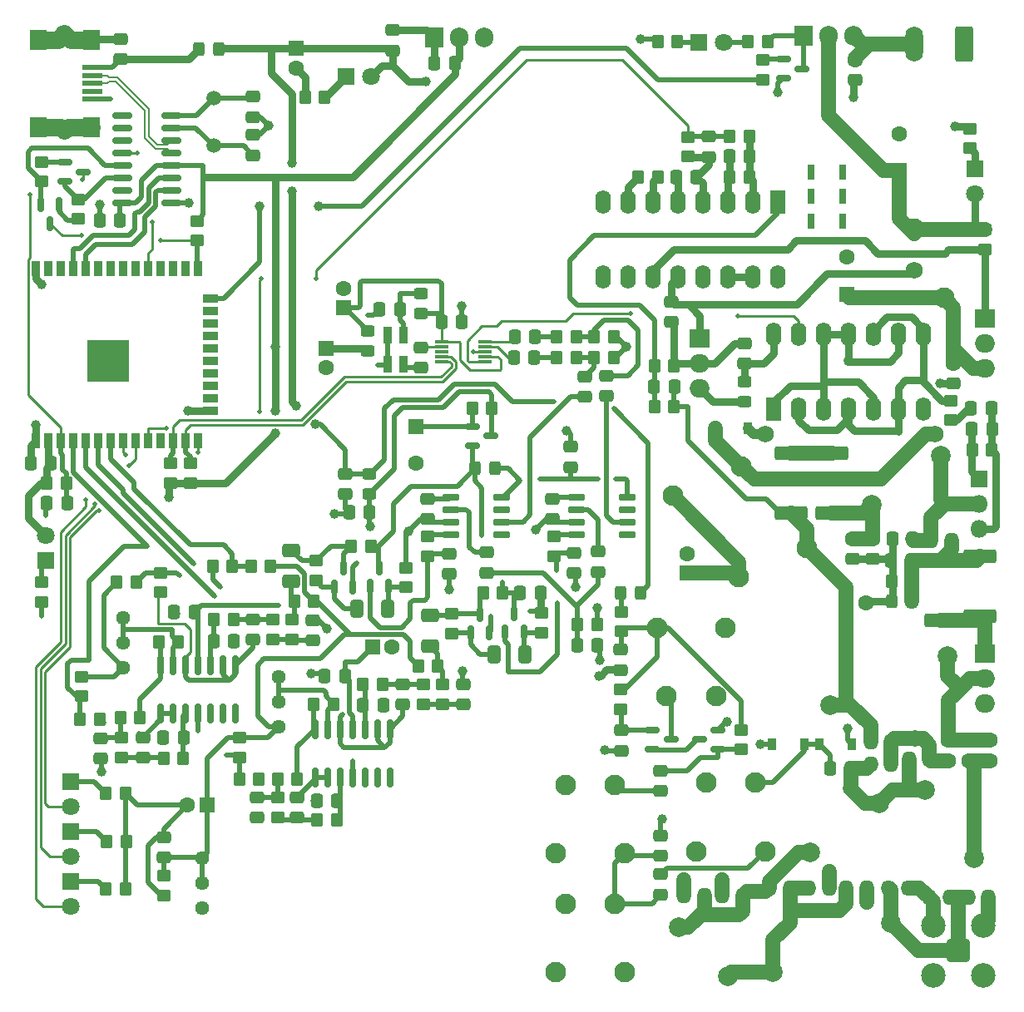
<source format=gbr>
%TF.GenerationSoftware,KiCad,Pcbnew,(6.0.9)*%
%TF.CreationDate,2022-12-04T18:18:59+03:00*%
%TF.ProjectId,communicator_27mhz,636f6d6d-756e-4696-9361-746f725f3237,beta 2.3*%
%TF.SameCoordinates,Original*%
%TF.FileFunction,Copper,L1,Top*%
%TF.FilePolarity,Positive*%
%FSLAX46Y46*%
G04 Gerber Fmt 4.6, Leading zero omitted, Abs format (unit mm)*
G04 Created by KiCad (PCBNEW (6.0.9)) date 2022-12-04 18:18:59*
%MOMM*%
%LPD*%
G01*
G04 APERTURE LIST*
G04 Aperture macros list*
%AMRoundRect*
0 Rectangle with rounded corners*
0 $1 Rounding radius*
0 $2 $3 $4 $5 $6 $7 $8 $9 X,Y pos of 4 corners*
0 Add a 4 corners polygon primitive as box body*
4,1,4,$2,$3,$4,$5,$6,$7,$8,$9,$2,$3,0*
0 Add four circle primitives for the rounded corners*
1,1,$1+$1,$2,$3*
1,1,$1+$1,$4,$5*
1,1,$1+$1,$6,$7*
1,1,$1+$1,$8,$9*
0 Add four rect primitives between the rounded corners*
20,1,$1+$1,$2,$3,$4,$5,0*
20,1,$1+$1,$4,$5,$6,$7,0*
20,1,$1+$1,$6,$7,$8,$9,0*
20,1,$1+$1,$8,$9,$2,$3,0*%
G04 Aperture macros list end*
%TA.AperFunction,SMDPad,CuDef*%
%ADD10RoundRect,0.250000X-0.450000X0.350000X-0.450000X-0.350000X0.450000X-0.350000X0.450000X0.350000X0*%
%TD*%
%TA.AperFunction,SMDPad,CuDef*%
%ADD11RoundRect,0.250000X-0.475000X0.337500X-0.475000X-0.337500X0.475000X-0.337500X0.475000X0.337500X0*%
%TD*%
%TA.AperFunction,SMDPad,CuDef*%
%ADD12RoundRect,0.249999X-1.425001X0.450001X-1.425001X-0.450001X1.425001X-0.450001X1.425001X0.450001X0*%
%TD*%
%TA.AperFunction,SMDPad,CuDef*%
%ADD13R,0.900000X1.200000*%
%TD*%
%TA.AperFunction,SMDPad,CuDef*%
%ADD14RoundRect,0.250000X0.475000X-0.337500X0.475000X0.337500X-0.475000X0.337500X-0.475000X-0.337500X0*%
%TD*%
%TA.AperFunction,ComponentPad*%
%ADD15C,2.100000*%
%TD*%
%TA.AperFunction,SMDPad,CuDef*%
%ADD16RoundRect,0.250000X0.350000X0.450000X-0.350000X0.450000X-0.350000X-0.450000X0.350000X-0.450000X0*%
%TD*%
%TA.AperFunction,SMDPad,CuDef*%
%ADD17RoundRect,0.250000X0.337500X0.475000X-0.337500X0.475000X-0.337500X-0.475000X0.337500X-0.475000X0*%
%TD*%
%TA.AperFunction,SMDPad,CuDef*%
%ADD18RoundRect,0.250000X-0.450000X0.325000X-0.450000X-0.325000X0.450000X-0.325000X0.450000X0.325000X0*%
%TD*%
%TA.AperFunction,SMDPad,CuDef*%
%ADD19RoundRect,0.250000X-0.350000X-0.450000X0.350000X-0.450000X0.350000X0.450000X-0.350000X0.450000X0*%
%TD*%
%TA.AperFunction,SMDPad,CuDef*%
%ADD20RoundRect,0.250000X-0.337500X-0.475000X0.337500X-0.475000X0.337500X0.475000X-0.337500X0.475000X0*%
%TD*%
%TA.AperFunction,ComponentPad*%
%ADD21R,2.000000X1.905000*%
%TD*%
%TA.AperFunction,ComponentPad*%
%ADD22O,2.000000X1.905000*%
%TD*%
%TA.AperFunction,SMDPad,CuDef*%
%ADD23RoundRect,0.250000X0.412500X0.650000X-0.412500X0.650000X-0.412500X-0.650000X0.412500X-0.650000X0*%
%TD*%
%TA.AperFunction,SMDPad,CuDef*%
%ADD24RoundRect,0.250000X0.450000X-0.350000X0.450000X0.350000X-0.450000X0.350000X-0.450000X-0.350000X0*%
%TD*%
%TA.AperFunction,ComponentPad*%
%ADD25R,1.905000X2.000000*%
%TD*%
%TA.AperFunction,ComponentPad*%
%ADD26O,1.905000X2.000000*%
%TD*%
%TA.AperFunction,ComponentPad*%
%ADD27R,1.600000X1.600000*%
%TD*%
%TA.AperFunction,ComponentPad*%
%ADD28C,1.600000*%
%TD*%
%TA.AperFunction,SMDPad,CuDef*%
%ADD29RoundRect,0.150000X0.150000X-0.587500X0.150000X0.587500X-0.150000X0.587500X-0.150000X-0.587500X0*%
%TD*%
%TA.AperFunction,ComponentPad*%
%ADD30C,1.500000*%
%TD*%
%TA.AperFunction,ComponentPad*%
%ADD31RoundRect,0.200100X-0.949900X0.949900X-0.949900X-0.949900X0.949900X-0.949900X0.949900X0.949900X0*%
%TD*%
%TA.AperFunction,ComponentPad*%
%ADD32C,2.500000*%
%TD*%
%TA.AperFunction,SMDPad,CuDef*%
%ADD33R,1.400000X0.300000*%
%TD*%
%TA.AperFunction,SMDPad,CuDef*%
%ADD34RoundRect,0.250000X-0.325000X-0.450000X0.325000X-0.450000X0.325000X0.450000X-0.325000X0.450000X0*%
%TD*%
%TA.AperFunction,SMDPad,CuDef*%
%ADD35RoundRect,0.150000X-0.150000X0.587500X-0.150000X-0.587500X0.150000X-0.587500X0.150000X0.587500X0*%
%TD*%
%TA.AperFunction,ComponentPad*%
%ADD36C,2.000000*%
%TD*%
%TA.AperFunction,SMDPad,CuDef*%
%ADD37R,2.000000X0.500000*%
%TD*%
%TA.AperFunction,SMDPad,CuDef*%
%ADD38R,1.700000X2.000000*%
%TD*%
%TA.AperFunction,ComponentPad*%
%ADD39R,0.800000X1.500000*%
%TD*%
%TA.AperFunction,ComponentPad*%
%ADD40RoundRect,0.250000X0.650000X1.550000X-0.650000X1.550000X-0.650000X-1.550000X0.650000X-1.550000X0*%
%TD*%
%TA.AperFunction,ComponentPad*%
%ADD41O,1.800000X3.600000*%
%TD*%
%TA.AperFunction,SMDPad,CuDef*%
%ADD42RoundRect,0.250000X-0.650000X0.412500X-0.650000X-0.412500X0.650000X-0.412500X0.650000X0.412500X0*%
%TD*%
%TA.AperFunction,ComponentPad*%
%ADD43R,1.800000X1.800000*%
%TD*%
%TA.AperFunction,ComponentPad*%
%ADD44C,1.800000*%
%TD*%
%TA.AperFunction,SMDPad,CuDef*%
%ADD45R,0.900000X1.750000*%
%TD*%
%TA.AperFunction,SMDPad,CuDef*%
%ADD46RoundRect,0.150000X-0.587500X-0.150000X0.587500X-0.150000X0.587500X0.150000X-0.587500X0.150000X0*%
%TD*%
%TA.AperFunction,ComponentPad*%
%ADD47C,1.440000*%
%TD*%
%TA.AperFunction,SMDPad,CuDef*%
%ADD48RoundRect,0.150000X-0.150000X0.825000X-0.150000X-0.825000X0.150000X-0.825000X0.150000X0.825000X0*%
%TD*%
%TA.AperFunction,ComponentPad*%
%ADD49O,1.800000X1.800000*%
%TD*%
%TA.AperFunction,SMDPad,CuDef*%
%ADD50RoundRect,0.250000X0.450000X-0.325000X0.450000X0.325000X-0.450000X0.325000X-0.450000X-0.325000X0*%
%TD*%
%TA.AperFunction,SMDPad,CuDef*%
%ADD51RoundRect,0.249999X1.425001X-0.450001X1.425001X0.450001X-1.425001X0.450001X-1.425001X-0.450001X0*%
%TD*%
%TA.AperFunction,ComponentPad*%
%ADD52R,1.600000X2.400000*%
%TD*%
%TA.AperFunction,ComponentPad*%
%ADD53O,1.600000X2.400000*%
%TD*%
%TA.AperFunction,SMDPad,CuDef*%
%ADD54RoundRect,0.150000X-0.725000X-0.150000X0.725000X-0.150000X0.725000X0.150000X-0.725000X0.150000X0*%
%TD*%
%TA.AperFunction,SMDPad,CuDef*%
%ADD55RoundRect,0.150000X0.825000X0.150000X-0.825000X0.150000X-0.825000X-0.150000X0.825000X-0.150000X0*%
%TD*%
%TA.AperFunction,SMDPad,CuDef*%
%ADD56RoundRect,0.250000X0.325000X0.450000X-0.325000X0.450000X-0.325000X-0.450000X0.325000X-0.450000X0*%
%TD*%
%TA.AperFunction,SMDPad,CuDef*%
%ADD57RoundRect,0.150000X0.587500X0.150000X-0.587500X0.150000X-0.587500X-0.150000X0.587500X-0.150000X0*%
%TD*%
%TA.AperFunction,SMDPad,CuDef*%
%ADD58R,0.900000X1.500000*%
%TD*%
%TA.AperFunction,SMDPad,CuDef*%
%ADD59R,1.500000X0.900000*%
%TD*%
%TA.AperFunction,ComponentPad*%
%ADD60C,0.475000*%
%TD*%
%TA.AperFunction,SMDPad,CuDef*%
%ADD61R,1.050000X1.050000*%
%TD*%
%TA.AperFunction,SMDPad,CuDef*%
%ADD62R,4.200000X4.200000*%
%TD*%
%TA.AperFunction,ViaPad*%
%ADD63C,1.000000*%
%TD*%
%TA.AperFunction,ViaPad*%
%ADD64C,0.500000*%
%TD*%
%TA.AperFunction,ViaPad*%
%ADD65C,1.750000*%
%TD*%
%TA.AperFunction,Conductor*%
%ADD66C,0.750000*%
%TD*%
%TA.AperFunction,Conductor*%
%ADD67C,0.500000*%
%TD*%
%TA.AperFunction,Conductor*%
%ADD68C,1.500000*%
%TD*%
%TA.AperFunction,Conductor*%
%ADD69C,0.250000*%
%TD*%
%TA.AperFunction,Conductor*%
%ADD70C,0.200000*%
%TD*%
%TA.AperFunction,Conductor*%
%ADD71C,1.750000*%
%TD*%
%TA.AperFunction,Conductor*%
%ADD72C,1.000000*%
%TD*%
G04 APERTURE END LIST*
D10*
%TO.P,R27,1*%
%TO.N,Net-(C35-Pad1)*%
X56100000Y-165500000D03*
%TO.P,R27,2*%
%TO.N,Net-(C33-Pad1)*%
X56100000Y-167500000D03*
%TD*%
D11*
%TO.P,C48,1*%
%TO.N,Net-(C41-Pad1)*%
X114600000Y-139162500D03*
%TO.P,C48,2*%
%TO.N,GND*%
X114600000Y-141237500D03*
%TD*%
D12*
%TO.P,R59,1*%
%TO.N,Net-(C54-Pad1)*%
X123600000Y-141350000D03*
%TO.P,R59,2*%
%TO.N,Net-(Q14-Pad1)*%
X123600000Y-147450000D03*
%TD*%
D13*
%TO.P,D9,1,K*%
%TO.N,GND*%
X114550000Y-160100000D03*
%TO.P,D9,2,A*%
%TO.N,/RX_ANT_CLAMPED*%
X111250000Y-160100000D03*
%TD*%
D14*
%TO.P,C38,1*%
%TO.N,RX_AMP_REF_V*%
X44500000Y-171637500D03*
%TO.P,C38,2*%
%TO.N,GND*%
X44500000Y-169562500D03*
%TD*%
%TO.P,C5,1*%
%TO.N,+5V*%
X67800000Y-89437500D03*
%TO.P,C5,2*%
%TO.N,GND*%
X67800000Y-87362500D03*
%TD*%
D15*
%TO.P,L7,1,1*%
%TO.N,Net-(C60-Pad1)*%
X91400000Y-171200000D03*
%TO.P,L7,2,2*%
%TO.N,Net-(C55-Pad2)*%
X90400000Y-164200000D03*
%TO.P,L7,3*%
%TO.N,N/C*%
X85400000Y-164200000D03*
%TO.P,L7,4*%
X84400000Y-171200000D03*
%TD*%
D16*
%TO.P,R41,1*%
%TO.N,Net-(R41-Pad1)*%
X94800000Y-102300000D03*
%TO.P,R41,2*%
%TO.N,GND*%
X92800000Y-102300000D03*
%TD*%
D15*
%TO.P,L15,1,1*%
%TO.N,Net-(C68-Pad1)*%
X103000000Y-143100000D03*
%TO.P,L15,2,2*%
%TO.N,Net-(C37-Pad1)*%
X110000000Y-140100000D03*
%TD*%
D17*
%TO.P,C59,1*%
%TO.N,Net-(C54-Pad1)*%
X120637500Y-141400000D03*
%TO.P,C59,2*%
%TO.N,GND*%
X118562500Y-141400000D03*
%TD*%
D18*
%TO.P,L21,1,1*%
%TO.N,Net-(C89-Pad1)*%
X70700000Y-114175000D03*
%TO.P,L21,2,2*%
%TO.N,+3V3FILT*%
X70700000Y-116225000D03*
%TD*%
D19*
%TO.P,R39,1*%
%TO.N,Net-(C43-Pad2)*%
X102100000Y-102300000D03*
%TO.P,R39,2*%
%TO.N,Net-(C43-Pad1)*%
X104100000Y-102300000D03*
%TD*%
D11*
%TO.P,C46,1*%
%TO.N,Net-(C46-Pad1)*%
X68800000Y-153962500D03*
%TO.P,C46,2*%
%TO.N,Net-(C46-Pad2)*%
X68800000Y-156037500D03*
%TD*%
D20*
%TO.P,C27,1*%
%TO.N,/CLK_I*%
X80162500Y-120700000D03*
%TO.P,C27,2*%
%TO.N,Net-(C27-Pad2)*%
X82237500Y-120700000D03*
%TD*%
D17*
%TO.P,C89,1*%
%TO.N,Net-(C89-Pad1)*%
X68537500Y-115800000D03*
%TO.P,C89,2*%
%TO.N,GND*%
X66462500Y-115800000D03*
%TD*%
D19*
%TO.P,R34,1*%
%TO.N,Net-(C37-Pad2)*%
X94455000Y-121537500D03*
%TO.P,R34,2*%
%TO.N,GND*%
X96455000Y-121537500D03*
%TD*%
D21*
%TO.P,Q13,1,G*%
%TO.N,Net-(Q13-Pad1)*%
X128055000Y-116760000D03*
D22*
%TO.P,Q13,2,D*%
%TO.N,Net-(D8-Pad1)*%
X128055000Y-119300000D03*
%TO.P,Q13,3,S*%
%TO.N,Net-(C65-Pad1)*%
X128055000Y-121840000D03*
%TD*%
D14*
%TO.P,C28,1*%
%TO.N,LO_RX_Q*%
X89600000Y-124637500D03*
%TO.P,C28,2*%
%TO.N,Net-(C28-Pad2)*%
X89600000Y-122562500D03*
%TD*%
D17*
%TO.P,C20,1*%
%TO.N,GND*%
X74837500Y-117100000D03*
%TO.P,C20,2*%
%TO.N,+3V3FILT*%
X72762500Y-117100000D03*
%TD*%
%TO.P,C10,1*%
%TO.N,+5VFILT*%
X47637500Y-146600000D03*
%TO.P,C10,2*%
%TO.N,GND*%
X45562500Y-146600000D03*
%TD*%
D23*
%TO.P,C56,1*%
%TO.N,Net-(C56-Pad1)*%
X67262500Y-146300000D03*
%TO.P,C56,2*%
%TO.N,Net-(C56-Pad2)*%
X64137500Y-146300000D03*
%TD*%
D24*
%TO.P,R68,1*%
%TO.N,ADCIN_Q*%
X52200000Y-161400000D03*
%TO.P,R68,2*%
%TO.N,RX_AMP_REF_V*%
X52200000Y-159400000D03*
%TD*%
D17*
%TO.P,C9,1*%
%TO.N,+3V3*%
X33037500Y-131500000D03*
%TO.P,C9,2*%
%TO.N,GND*%
X30962500Y-131500000D03*
%TD*%
D25*
%TO.P,Q2,1,G*%
%TO.N,Net-(Q1-Pad3)*%
X109660000Y-87945000D03*
D26*
%TO.P,Q2,2,D*%
%TO.N,+12VTX*%
X112200000Y-87945000D03*
%TO.P,Q2,3,S*%
%TO.N,+12V*%
X114740000Y-87945000D03*
%TD*%
D14*
%TO.P,C33,1*%
%TO.N,Net-(C33-Pad1)*%
X58100000Y-167537500D03*
%TO.P,C33,2*%
%TO.N,Net-(C33-Pad2)*%
X58100000Y-165462500D03*
%TD*%
D27*
%TO.P,C7,1*%
%TO.N,+5VFILT*%
X65744888Y-150200000D03*
D28*
%TO.P,C7,2*%
%TO.N,GND*%
X67744888Y-150200000D03*
%TD*%
D29*
%TO.P,Q11,1,B*%
%TO.N,Net-(C62-Pad1)*%
X65500000Y-144000000D03*
%TO.P,Q11,2,E*%
%TO.N,Net-(C56-Pad1)*%
X67400000Y-144000000D03*
%TO.P,Q11,3,C*%
%TO.N,+5VMXR*%
X66450000Y-142125000D03*
%TD*%
D24*
%TO.P,R13,1*%
%TO.N,Net-(Q6-Pad2)*%
X32100000Y-102800000D03*
%TO.P,R13,2*%
%TO.N,Net-(Q7-Pad1)*%
X32100000Y-100800000D03*
%TD*%
D30*
%TO.P,Y1,1,1*%
%TO.N,Net-(C13-Pad1)*%
X49600000Y-99150000D03*
%TO.P,Y1,2,2*%
%TO.N,Net-(C17-Pad1)*%
X49600000Y-94270000D03*
%TD*%
D20*
%TO.P,C16,1*%
%TO.N,GND*%
X37962500Y-106700000D03*
%TO.P,C16,2*%
%TO.N,+3V3*%
X40037500Y-106700000D03*
%TD*%
D27*
%TO.P,C65,1*%
%TO.N,Net-(C65-Pad1)*%
X114000000Y-114302651D03*
D28*
%TO.P,C65,2*%
%TO.N,GND*%
X114000000Y-110502651D03*
%TD*%
D31*
%TO.P,J4,1,In*%
%TO.N,Net-(C86-Pad1)*%
X125350000Y-181100000D03*
D32*
%TO.P,J4,2,Ext*%
%TO.N,GND*%
X122810000Y-183640000D03*
X127890000Y-183640000D03*
X127890000Y-178560000D03*
X122810000Y-178560000D03*
%TD*%
D33*
%TO.P,U8,1,VDD*%
%TO.N,+3V3FILT*%
X72800000Y-119100000D03*
%TO.P,U8,2,XA*%
%TO.N,Net-(C24-Pad2)*%
X72800000Y-119600000D03*
%TO.P,U8,3,XB*%
%TO.N,unconnected-(U8-Pad3)*%
X72800000Y-120100000D03*
%TO.P,U8,4,SCL*%
%TO.N,/SCL*%
X72800000Y-120600000D03*
%TO.P,U8,5,SDA*%
%TO.N,/SDA*%
X72800000Y-121100000D03*
%TO.P,U8,6,CLK2*%
%TO.N,LO_TX*%
X77200000Y-121100000D03*
%TO.P,U8,7,VDDO*%
%TO.N,+3V3FILT*%
X77200000Y-120600000D03*
%TO.P,U8,8,GND*%
%TO.N,GND*%
X77200000Y-120100000D03*
%TO.P,U8,9,CLK1*%
%TO.N,/CLK_I*%
X77200000Y-119600000D03*
%TO.P,U8,10,CLK0*%
%TO.N,/CLK_Q*%
X77200000Y-119100000D03*
%TD*%
D11*
%TO.P,C41,1*%
%TO.N,Net-(C41-Pad1)*%
X116700000Y-139162500D03*
%TO.P,C41,2*%
%TO.N,GND*%
X116700000Y-141237500D03*
%TD*%
D17*
%TO.P,C84,1*%
%TO.N,Net-(C84-Pad1)*%
X88637500Y-150000000D03*
%TO.P,C84,2*%
%TO.N,Net-(C78-Pad1)*%
X86562500Y-150000000D03*
%TD*%
D34*
%TO.P,L2,1,1*%
%TO.N,Net-(C8-Pad1)*%
X48075000Y-89300000D03*
%TO.P,L2,2,2*%
%TO.N,+5V*%
X50125000Y-89300000D03*
%TD*%
D16*
%TO.P,R37,1*%
%TO.N,Net-(C39-Pad2)*%
X128800000Y-130100000D03*
%TO.P,R37,2*%
%TO.N,GND*%
X126800000Y-130100000D03*
%TD*%
D14*
%TO.P,C79,1*%
%TO.N,Net-(C78-Pad1)*%
X88700000Y-142537500D03*
%TO.P,C79,2*%
%TO.N,Net-(C79-Pad2)*%
X88700000Y-140462500D03*
%TD*%
D11*
%TO.P,C66,1*%
%TO.N,Net-(C66-Pad1)*%
X124400000Y-159662500D03*
%TO.P,C66,2*%
%TO.N,GND*%
X124400000Y-161737500D03*
%TD*%
D27*
%TO.P,C2,1*%
%TO.N,+5V*%
X58000000Y-89244888D03*
D28*
%TO.P,C2,2*%
%TO.N,GND*%
X58000000Y-91244888D03*
%TD*%
D35*
%TO.P,Q6,1,B*%
%TO.N,Net-(Q6-Pad1)*%
X33850000Y-105162500D03*
%TO.P,Q6,2,E*%
%TO.N,Net-(Q6-Pad2)*%
X31950000Y-105162500D03*
%TO.P,Q6,3,C*%
%TO.N,MCU_G0*%
X32900000Y-107037500D03*
%TD*%
D11*
%TO.P,C29,1*%
%TO.N,Net-(C29-Pad1)*%
X87400000Y-122625000D03*
%TO.P,C29,2*%
%TO.N,LO_RX_I*%
X87400000Y-124700000D03*
%TD*%
D24*
%TO.P,R17,1*%
%TO.N,Net-(D7-Pad1)*%
X126600000Y-99400000D03*
%TO.P,R17,2*%
%TO.N,GND*%
X126600000Y-97400000D03*
%TD*%
D10*
%TO.P,R12,1*%
%TO.N,Net-(Q7-Pad2)*%
X35800000Y-104600000D03*
%TO.P,R12,2*%
%TO.N,Net-(Q6-Pad1)*%
X35800000Y-106600000D03*
%TD*%
D24*
%TO.P,R10,1*%
%TO.N,GND*%
X97900000Y-100262500D03*
%TO.P,R10,2*%
%TO.N,TXAMPL_V*%
X97900000Y-98262500D03*
%TD*%
D36*
%TO.P,L5,1,1*%
%TO.N,Net-(C41-Pad1)*%
X116600000Y-135700000D03*
%TO.P,L5,2,2*%
%TO.N,Net-(C53-Pad1)*%
X123600000Y-130700000D03*
%TD*%
D20*
%TO.P,C40,1*%
%TO.N,GND*%
X126762500Y-128000000D03*
%TO.P,C40,2*%
%TO.N,Net-(C39-Pad2)*%
X128837500Y-128000000D03*
%TD*%
D37*
%TO.P,J2,1,VBUS*%
%TO.N,Net-(C8-Pad1)*%
X37275000Y-91200000D03*
%TO.P,J2,2,D-*%
%TO.N,/UD-*%
X37275000Y-92000000D03*
%TO.P,J2,3,D+*%
%TO.N,/UD+*%
X37275000Y-92800000D03*
%TO.P,J2,4,ID*%
%TO.N,unconnected-(J2-Pad4)*%
X37275000Y-93600000D03*
%TO.P,J2,5,GND*%
%TO.N,GND*%
X37275000Y-94400000D03*
D38*
%TO.P,J2,6,Shield*%
X37175000Y-88350000D03*
X37175000Y-97250000D03*
X31725000Y-88350000D03*
X31725000Y-97250000D03*
%TD*%
D17*
%TO.P,C47,1*%
%TO.N,GND*%
X98737500Y-102300000D03*
%TO.P,C47,2*%
%TO.N,Net-(C47-Pad2)*%
X96662500Y-102300000D03*
%TD*%
D16*
%TO.P,R9,1*%
%TO.N,+5VFILT*%
X77900000Y-125900000D03*
%TO.P,R9,2*%
%TO.N,Net-(C19-Pad1)*%
X75900000Y-125900000D03*
%TD*%
D19*
%TO.P,R3,1*%
%TO.N,+12V*%
X104000000Y-88500000D03*
%TO.P,R3,2*%
%TO.N,Net-(Q1-Pad3)*%
X106000000Y-88500000D03*
%TD*%
D39*
%TO.P,Q3,1,B*%
%TO.N,GND*%
X113600000Y-106800000D03*
%TO.P,Q3,2,C*%
X113600000Y-104300000D03*
%TO.P,Q3,3,E*%
X113600000Y-101800000D03*
%TD*%
D19*
%TO.P,R30,1*%
%TO.N,Net-(R28-Pad1)*%
X44000000Y-149700000D03*
%TO.P,R30,2*%
%TO.N,Net-(R30-Pad2)*%
X46000000Y-149700000D03*
%TD*%
D27*
%TO.P,C12,1*%
%TO.N,+12VTX*%
X119400000Y-101700000D03*
D28*
%TO.P,C12,2*%
%TO.N,GND*%
X119400000Y-97900000D03*
%TD*%
D40*
%TO.P,J1,1,Pin_1*%
%TO.N,GND*%
X125985000Y-88832500D03*
D41*
%TO.P,J1,2,Pin_2*%
%TO.N,+12V*%
X120905000Y-88832500D03*
%TD*%
D20*
%TO.P,C72,1*%
%TO.N,Net-(C72-Pad1)*%
X120362500Y-161600000D03*
%TO.P,C72,2*%
%TO.N,GND*%
X122437500Y-161600000D03*
%TD*%
D16*
%TO.P,R14,1*%
%TO.N,Net-(D4-Pad1)*%
X60900000Y-94200000D03*
%TO.P,R14,2*%
%TO.N,GND*%
X58900000Y-94200000D03*
%TD*%
D11*
%TO.P,C17,1*%
%TO.N,Net-(C17-Pad1)*%
X53600000Y-94162500D03*
%TO.P,C17,2*%
%TO.N,GND*%
X53600000Y-96237500D03*
%TD*%
D19*
%TO.P,R70,1*%
%TO.N,RX_AMP_REF_V*%
X39700000Y-143600000D03*
%TO.P,R70,2*%
%TO.N,ADCIN_LOW_I*%
X41700000Y-143600000D03*
%TD*%
D15*
%TO.P,L13,1,1*%
%TO.N,Net-(C64-Pad2)*%
X105700000Y-171000000D03*
%TO.P,L13,2,2*%
%TO.N,/RX_ANT_CLAMPED*%
X104700000Y-164000000D03*
%TO.P,L13,3*%
%TO.N,N/C*%
X99700000Y-164000000D03*
%TO.P,L13,4*%
X98700000Y-171000000D03*
%TD*%
D16*
%TO.P,R20,1*%
%TO.N,Net-(C29-Pad1)*%
X86500000Y-120700000D03*
%TO.P,R20,2*%
%TO.N,Net-(C27-Pad2)*%
X84500000Y-120700000D03*
%TD*%
D17*
%TO.P,C87,1*%
%TO.N,Net-(C86-Pad1)*%
X124500000Y-175700000D03*
%TO.P,C87,2*%
%TO.N,GND*%
X122425000Y-175700000D03*
%TD*%
D16*
%TO.P,R29,1*%
%TO.N,Net-(R29-Pad1)*%
X58100000Y-163600000D03*
%TO.P,R29,2*%
%TO.N,Net-(C35-Pad1)*%
X56100000Y-163600000D03*
%TD*%
D42*
%TO.P,C51,1*%
%TO.N,Net-(C51-Pad1)*%
X57500000Y-140337500D03*
%TO.P,C51,2*%
%TO.N,Net-(C51-Pad2)*%
X57500000Y-143462500D03*
%TD*%
D43*
%TO.P,D7,1,K*%
%TO.N,Net-(D7-Pad1)*%
X127100000Y-101525000D03*
D44*
%TO.P,D7,2,A*%
%TO.N,+12VTX*%
X127100000Y-104065000D03*
%TD*%
D14*
%TO.P,C50,1*%
%TO.N,Net-(C50-Pad1)*%
X75000000Y-156037500D03*
%TO.P,C50,2*%
%TO.N,GND*%
X75000000Y-153962500D03*
%TD*%
D11*
%TO.P,C69,1*%
%TO.N,Net-(C65-Pad1)*%
X124900000Y-121262500D03*
%TO.P,C69,2*%
%TO.N,GND*%
X124900000Y-123337500D03*
%TD*%
D16*
%TO.P,R19,1*%
%TO.N,GND*%
X90300000Y-118600000D03*
%TO.P,R19,2*%
%TO.N,Net-(C28-Pad2)*%
X88300000Y-118600000D03*
%TD*%
D10*
%TO.P,R60,1*%
%TO.N,Net-(R60-Pad1)*%
X71400000Y-138925000D03*
%TO.P,R60,2*%
%TO.N,Net-(C62-Pad1)*%
X71400000Y-140925000D03*
%TD*%
D20*
%TO.P,C82,1*%
%TO.N,Net-(C77-Pad2)*%
X110162500Y-174700000D03*
%TO.P,C82,2*%
%TO.N,GND*%
X112237500Y-174700000D03*
%TD*%
%TO.P,C83,1*%
%TO.N,Net-(C77-Pad2)*%
X113962500Y-174700000D03*
%TO.P,C83,2*%
%TO.N,GND*%
X116037500Y-174700000D03*
%TD*%
D14*
%TO.P,C78,1*%
%TO.N,Net-(C78-Pad1)*%
X77400000Y-142637500D03*
%TO.P,C78,2*%
%TO.N,Net-(C78-Pad2)*%
X77400000Y-140562500D03*
%TD*%
D45*
%TO.P,X1,1,OE*%
%TO.N,GND*%
X67325000Y-118450000D03*
%TO.P,X1,2,GND*%
X67325000Y-121350000D03*
%TO.P,X1,3,OUT*%
%TO.N,Net-(C24-Pad1)*%
X68875000Y-121350000D03*
%TO.P,X1,4,Vcc*%
%TO.N,Net-(C89-Pad1)*%
X68875000Y-118450000D03*
%TD*%
D11*
%TO.P,C55,1*%
%TO.N,RX_IN_ANT*%
X95100000Y-162762500D03*
%TO.P,C55,2*%
%TO.N,Net-(C55-Pad2)*%
X95100000Y-164837500D03*
%TD*%
D25*
%TO.P,U1,1,GND*%
%TO.N,GND*%
X72060000Y-88145000D03*
D26*
%TO.P,U1,2,VO*%
%TO.N,+3V3*%
X74600000Y-88145000D03*
%TO.P,U1,3,VI*%
%TO.N,+5V*%
X77140000Y-88145000D03*
%TD*%
D20*
%TO.P,C77,1*%
%TO.N,Net-(C75-Pad1)*%
X106162500Y-174700000D03*
%TO.P,C77,2*%
%TO.N,Net-(C77-Pad2)*%
X108237500Y-174700000D03*
%TD*%
D16*
%TO.P,R5,1*%
%TO.N,GND*%
X40600000Y-174800000D03*
%TO.P,R5,2*%
%TO.N,Net-(D3-Pad1)*%
X38600000Y-174800000D03*
%TD*%
D36*
%TO.P,L18,1,1*%
%TO.N,Net-(C77-Pad2)*%
X106500000Y-183300000D03*
%TO.P,L18,2,2*%
%TO.N,Net-(C86-Pad1)*%
X118500000Y-178300000D03*
%TD*%
D46*
%TO.P,Q5,1,B*%
%TO.N,Net-(C19-Pad1)*%
X75962500Y-127750000D03*
%TO.P,Q5,2,E*%
%TO.N,+5VMXR*%
X75962500Y-129650000D03*
%TO.P,Q5,3,C*%
%TO.N,+5VFILT*%
X77837500Y-128700000D03*
%TD*%
D17*
%TO.P,C75,1*%
%TO.N,Net-(C75-Pad1)*%
X103437500Y-175500000D03*
%TO.P,C75,2*%
%TO.N,GND*%
X101362500Y-175500000D03*
%TD*%
D47*
%TO.P,RV4,1,1*%
%TO.N,RX_AMP_REF_V*%
X48400000Y-171700000D03*
%TO.P,RV4,2,2*%
X48400000Y-174240000D03*
%TO.P,RV4,3,3*%
%TO.N,+3V3*%
X48400000Y-176780000D03*
%TD*%
D11*
%TO.P,C25,1*%
%TO.N,TXAMPL_V*%
X100000000Y-98225000D03*
%TO.P,C25,2*%
%TO.N,GND*%
X100000000Y-100300000D03*
%TD*%
D34*
%TO.P,L12,1,1*%
%TO.N,+5VMXR*%
X76175000Y-132000000D03*
%TO.P,L12,2,2*%
%TO.N,Net-(C67-Pad1)*%
X78225000Y-132000000D03*
%TD*%
D11*
%TO.P,C80,1*%
%TO.N,Net-(C80-Pad1)*%
X71400000Y-135062500D03*
%TO.P,C80,2*%
%TO.N,GND*%
X71400000Y-137137500D03*
%TD*%
D16*
%TO.P,R33,1*%
%TO.N,Net-(C37-Pad1)*%
X96455000Y-125737500D03*
%TO.P,R33,2*%
%TO.N,Net-(C37-Pad2)*%
X94455000Y-125737500D03*
%TD*%
D18*
%TO.P,L1,1,1*%
%TO.N,+5V*%
X65400000Y-132575000D03*
%TO.P,L1,2,2*%
%TO.N,+5VFILT*%
X65400000Y-134625000D03*
%TD*%
D15*
%TO.P,L8,1,1*%
%TO.N,Net-(C65-Pad1)*%
X123900000Y-114600000D03*
%TO.P,L8,2,2*%
%TO.N,+12VTX*%
X120900000Y-107600000D03*
%TD*%
D10*
%TO.P,R57,1*%
%TO.N,+12VTX*%
X128100000Y-107700000D03*
%TO.P,R57,2*%
%TO.N,Net-(Q13-Pad1)*%
X128100000Y-109700000D03*
%TD*%
D14*
%TO.P,C88,1*%
%TO.N,GND*%
X91100000Y-160737500D03*
%TO.P,C88,2*%
%TO.N,Net-(C88-Pad2)*%
X91100000Y-158662500D03*
%TD*%
D16*
%TO.P,R50,1*%
%TO.N,+5VMXR*%
X65600000Y-139900000D03*
%TO.P,R50,2*%
%TO.N,Net-(C51-Pad1)*%
X63600000Y-139900000D03*
%TD*%
D11*
%TO.P,C81,1*%
%TO.N,Net-(C81-Pad1)*%
X84100000Y-135062500D03*
%TO.P,C81,2*%
%TO.N,GND*%
X84100000Y-137137500D03*
%TD*%
D14*
%TO.P,C60,1*%
%TO.N,Net-(C60-Pad1)*%
X95100000Y-171437500D03*
%TO.P,C60,2*%
%TO.N,GND*%
X95100000Y-169362500D03*
%TD*%
D19*
%TO.P,R36,1*%
%TO.N,TXAMPL_V*%
X102100000Y-98200000D03*
%TO.P,R36,2*%
%TO.N,Net-(C43-Pad1)*%
X104100000Y-98200000D03*
%TD*%
D13*
%TO.P,D10,1,K*%
%TO.N,/RX_ANT_CLAMPED*%
X109750000Y-160100000D03*
%TO.P,D10,2,A*%
%TO.N,GND*%
X106450000Y-160100000D03*
%TD*%
D16*
%TO.P,R40,1*%
%TO.N,Net-(C46-Pad1)*%
X66800000Y-154000000D03*
%TO.P,R40,2*%
%TO.N,Net-(C44-Pad1)*%
X64800000Y-154000000D03*
%TD*%
D19*
%TO.P,R25,1*%
%TO.N,Net-(C33-Pad1)*%
X60100000Y-167800000D03*
%TO.P,R25,2*%
%TO.N,Net-(C31-Pad1)*%
X62100000Y-167800000D03*
%TD*%
%TO.P,R23,1*%
%TO.N,ADCIN_Q*%
X52200000Y-163600000D03*
%TO.P,R23,2*%
%TO.N,Net-(C33-Pad2)*%
X54200000Y-163600000D03*
%TD*%
D10*
%TO.P,R8,1*%
%TO.N,/SCL*%
X47200000Y-131500000D03*
%TO.P,R8,2*%
%TO.N,+3V3*%
X47200000Y-133500000D03*
%TD*%
D20*
%TO.P,C44,1*%
%TO.N,Net-(C44-Pad1)*%
X64762500Y-156100000D03*
%TO.P,C44,2*%
%TO.N,GND*%
X66837500Y-156100000D03*
%TD*%
%TO.P,C42,1*%
%TO.N,Net-(C42-Pad1)*%
X49562500Y-149600000D03*
%TO.P,C42,2*%
%TO.N,GND*%
X51637500Y-149600000D03*
%TD*%
D48*
%TO.P,U3,1*%
%TO.N,Net-(C45-Pad2)*%
X51810000Y-152025000D03*
%TO.P,U3,2,-*%
X50540000Y-152025000D03*
%TO.P,U3,3,+*%
%TO.N,Net-(C42-Pad1)*%
X49270000Y-152025000D03*
%TO.P,U3,4,V+*%
%TO.N,+5VFILT*%
X48000000Y-152025000D03*
%TO.P,U3,5,+*%
%TO.N,Net-(C45-Pad2)*%
X46730000Y-152025000D03*
%TO.P,U3,6,-*%
%TO.N,Net-(R30-Pad2)*%
X45460000Y-152025000D03*
%TO.P,U3,7*%
%TO.N,Net-(R28-Pad1)*%
X44190000Y-152025000D03*
%TO.P,U3,8*%
%TO.N,Net-(C32-Pad2)*%
X44190000Y-156975000D03*
%TO.P,U3,9,-*%
X45460000Y-156975000D03*
%TO.P,U3,10,+*%
%TO.N,Net-(C30-Pad1)*%
X46730000Y-156975000D03*
%TO.P,U3,11,V-*%
%TO.N,GND*%
X48000000Y-156975000D03*
%TO.P,U3,12,+*%
%TO.N,unconnected-(U3-Pad12)*%
X49270000Y-156975000D03*
%TO.P,U3,13,-*%
%TO.N,unconnected-(U3-Pad13)*%
X50540000Y-156975000D03*
%TO.P,U3,14*%
%TO.N,unconnected-(U3-Pad14)*%
X51810000Y-156975000D03*
%TD*%
D15*
%TO.P,L11,1,1*%
%TO.N,Net-(C68-Pad1)*%
X96300000Y-134800000D03*
%TO.P,L11,2,2*%
%TO.N,Net-(D8-Pad1)*%
X103300000Y-131800000D03*
%TD*%
D20*
%TO.P,C26,1*%
%TO.N,/CLK_Q*%
X80225000Y-118600000D03*
%TO.P,C26,2*%
%TO.N,Net-(C26-Pad2)*%
X82300000Y-118600000D03*
%TD*%
D11*
%TO.P,C45,1*%
%TO.N,Net-(C45-Pad1)*%
X53600000Y-147362500D03*
%TO.P,C45,2*%
%TO.N,Net-(C45-Pad2)*%
X53600000Y-149437500D03*
%TD*%
D17*
%TO.P,C54,1*%
%TO.N,Net-(C54-Pad1)*%
X124700000Y-139300000D03*
%TO.P,C54,2*%
%TO.N,Net-(C53-Pad1)*%
X122625000Y-139300000D03*
%TD*%
D10*
%TO.P,R53,1*%
%TO.N,Net-(C52-Pad1)*%
X73800000Y-146800000D03*
%TO.P,R53,2*%
%TO.N,Net-(C57-Pad2)*%
X73800000Y-148800000D03*
%TD*%
D16*
%TO.P,R18,1*%
%TO.N,Net-(C28-Pad2)*%
X86500000Y-118600000D03*
%TO.P,R18,2*%
%TO.N,Net-(C26-Pad2)*%
X84500000Y-118600000D03*
%TD*%
D10*
%TO.P,R35,1*%
%TO.N,RX_AMP_REF_V*%
X44500000Y-173500000D03*
%TO.P,R35,2*%
%TO.N,GND*%
X44500000Y-175500000D03*
%TD*%
D46*
%TO.P,Q1,1,B*%
%TO.N,Net-(Q1-Pad1)*%
X107562500Y-90350000D03*
%TO.P,Q1,2,E*%
%TO.N,GND*%
X107562500Y-92250000D03*
%TO.P,Q1,3,C*%
%TO.N,Net-(Q1-Pad3)*%
X109437500Y-91300000D03*
%TD*%
D29*
%TO.P,Q10,1,B*%
%TO.N,Net-(C57-Pad2)*%
X75750000Y-148737500D03*
%TO.P,Q10,2,E*%
%TO.N,GND*%
X77650000Y-148737500D03*
%TO.P,Q10,3,C*%
%TO.N,Net-(C52-Pad1)*%
X76700000Y-146862500D03*
%TD*%
D43*
%TO.P,D1,1,K*%
%TO.N,Net-(D1-Pad1)*%
X35000000Y-163925000D03*
D44*
%TO.P,D1,2,A*%
%TO.N,Net-(D1-Pad2)*%
X35000000Y-166465000D03*
%TD*%
D17*
%TO.P,C22,1*%
%TO.N,GND*%
X82875000Y-144700000D03*
%TO.P,C22,2*%
%TO.N,+5VMXR*%
X80800000Y-144700000D03*
%TD*%
D20*
%TO.P,C39,1*%
%TO.N,Net-(C39-Pad1)*%
X126662500Y-125900000D03*
%TO.P,C39,2*%
%TO.N,Net-(C39-Pad2)*%
X128737500Y-125900000D03*
%TD*%
D16*
%TO.P,R54,1*%
%TO.N,Net-(C54-Pad1)*%
X120600000Y-143500000D03*
%TO.P,R54,2*%
%TO.N,GND*%
X118600000Y-143500000D03*
%TD*%
D39*
%TO.P,Q4,1,B*%
%TO.N,GND*%
X110400000Y-106800000D03*
%TO.P,Q4,2,C*%
X110400000Y-104300000D03*
%TO.P,Q4,3,E*%
X110400000Y-101800000D03*
%TD*%
D43*
%TO.P,Q8,1,E*%
%TO.N,GND*%
X127525000Y-133060000D03*
D49*
%TO.P,Q8,2,C*%
%TO.N,Net-(C53-Pad1)*%
X127525000Y-135600000D03*
%TO.P,Q8,3,B*%
%TO.N,Net-(C39-Pad2)*%
X127525000Y-138140000D03*
%TD*%
D43*
%TO.P,D5,1,K*%
%TO.N,Net-(D5-Pad1)*%
X32500000Y-141375000D03*
D44*
%TO.P,D5,2,A*%
%TO.N,+3V3*%
X32500000Y-138835000D03*
%TD*%
D24*
%TO.P,R11,1*%
%TO.N,MCU_G0*%
X47900000Y-108800000D03*
%TO.P,R11,2*%
%TO.N,+3V3*%
X47900000Y-106800000D03*
%TD*%
D19*
%TO.P,R31,1*%
%TO.N,Net-(R29-Pad1)*%
X59800000Y-156000000D03*
%TO.P,R31,2*%
%TO.N,Net-(R31-Pad2)*%
X61800000Y-156000000D03*
%TD*%
%TO.P,R72,1*%
%TO.N,Net-(C46-Pad2)*%
X49500000Y-142000000D03*
%TO.P,R72,2*%
%TO.N,ADCIN_LOW_Q*%
X51500000Y-142000000D03*
%TD*%
D10*
%TO.P,R2,1*%
%TO.N,Net-(Q1-Pad1)*%
X105500000Y-90400000D03*
%TO.P,R2,2*%
%TO.N,TXPENABLE*%
X105500000Y-92400000D03*
%TD*%
D27*
%TO.P,C19,1*%
%TO.N,Net-(C19-Pad1)*%
X70200000Y-127697349D03*
D28*
%TO.P,C19,2*%
%TO.N,GND*%
X70200000Y-131497349D03*
%TD*%
D50*
%TO.P,L3,1,1*%
%TO.N,+3V3*%
X65300000Y-120025000D03*
%TO.P,L3,2,2*%
%TO.N,+3V3FILT*%
X65300000Y-117975000D03*
%TD*%
D19*
%TO.P,R4,1*%
%TO.N,Net-(D2-Pad1)*%
X38700000Y-170000000D03*
%TO.P,R4,2*%
%TO.N,GND*%
X40700000Y-170000000D03*
%TD*%
D11*
%TO.P,C62,1*%
%TO.N,Net-(C62-Pad1)*%
X73600000Y-140687500D03*
%TO.P,C62,2*%
%TO.N,GND*%
X73600000Y-142762500D03*
%TD*%
D27*
%TO.P,C61,1*%
%TO.N,Net-(C37-Pad1)*%
X113944888Y-145700000D03*
D28*
%TO.P,C61,2*%
%TO.N,GND*%
X115944888Y-145700000D03*
%TD*%
D17*
%TO.P,C73,1*%
%TO.N,Net-(C72-Pad1)*%
X114437500Y-162500000D03*
%TO.P,C73,2*%
%TO.N,/RX_ANT_CLAMPED*%
X112362500Y-162500000D03*
%TD*%
D10*
%TO.P,R65,1*%
%TO.N,Net-(C85-Pad1)*%
X91000000Y-154500000D03*
%TO.P,R65,2*%
%TO.N,Net-(C88-Pad2)*%
X91000000Y-156500000D03*
%TD*%
D27*
%TO.P,C36,1*%
%TO.N,RX_AMP_REF_V*%
X48900000Y-166300000D03*
D28*
%TO.P,C36,2*%
%TO.N,GND*%
X46900000Y-166300000D03*
%TD*%
D14*
%TO.P,C24,1*%
%TO.N,Net-(C24-Pad1)*%
X70700000Y-121737500D03*
%TO.P,C24,2*%
%TO.N,Net-(C24-Pad2)*%
X70700000Y-119662500D03*
%TD*%
%TO.P,C67,1*%
%TO.N,Net-(C67-Pad1)*%
X85900000Y-131875000D03*
%TO.P,C67,2*%
%TO.N,GND*%
X85900000Y-129800000D03*
%TD*%
D19*
%TO.P,R1,1*%
%TO.N,+3V3*%
X32600000Y-133500000D03*
%TO.P,R1,2*%
%TO.N,MCU_EN*%
X34600000Y-133500000D03*
%TD*%
D14*
%TO.P,C23,1*%
%TO.N,Net-(C23-Pad1)*%
X103655000Y-121337500D03*
%TO.P,C23,2*%
%TO.N,GND*%
X103655000Y-119262500D03*
%TD*%
D24*
%TO.P,R55,1*%
%TO.N,Net-(C56-Pad1)*%
X69200000Y-144100000D03*
%TO.P,R55,2*%
%TO.N,GND*%
X69200000Y-142100000D03*
%TD*%
D36*
%TO.P,L9,1,1*%
%TO.N,Net-(C37-Pad1)*%
X112300000Y-156100000D03*
%TO.P,L9,2,2*%
%TO.N,Net-(C66-Pad1)*%
X124300000Y-151100000D03*
%TD*%
D43*
%TO.P,D4,1,K*%
%TO.N,Net-(D4-Pad1)*%
X63025000Y-92100000D03*
D44*
%TO.P,D4,2,A*%
%TO.N,+5V*%
X65565000Y-92100000D03*
%TD*%
D10*
%TO.P,R67,1*%
%TO.N,RX_AMP_REF_V*%
X36100000Y-153200000D03*
%TO.P,R67,2*%
%TO.N,ADCIN_I*%
X36100000Y-155200000D03*
%TD*%
D16*
%TO.P,R51,1*%
%TO.N,+5VMXR*%
X79000000Y-144700000D03*
%TO.P,R51,2*%
%TO.N,Net-(C52-Pad1)*%
X77000000Y-144700000D03*
%TD*%
D51*
%TO.P,R58,1*%
%TO.N,Net-(Q14-Pad1)*%
X127600000Y-147050000D03*
%TO.P,R58,2*%
%TO.N,Net-(C54-Pad1)*%
X127600000Y-140950000D03*
%TD*%
D17*
%TO.P,C4,1*%
%TO.N,+5VFILT*%
X65437500Y-136500000D03*
%TO.P,C4,2*%
%TO.N,GND*%
X63362500Y-136500000D03*
%TD*%
D52*
%TO.P,U9,1,1IN+*%
%TO.N,Net-(C37-Pad2)*%
X107000000Y-104900000D03*
D53*
%TO.P,U9,2,1IN-*%
%TO.N,Net-(C43-Pad1)*%
X104460000Y-104900000D03*
%TO.P,U9,3,FB*%
%TO.N,Net-(C43-Pad2)*%
X101920000Y-104900000D03*
%TO.P,U9,4,DTC*%
%TO.N,GND*%
X99380000Y-104900000D03*
%TO.P,U9,5,CT*%
%TO.N,Net-(C47-Pad2)*%
X96840000Y-104900000D03*
%TO.P,U9,6,RT*%
%TO.N,Net-(R41-Pad1)*%
X94300000Y-104900000D03*
%TO.P,U9,7,GND*%
%TO.N,GND*%
X91760000Y-104900000D03*
%TO.P,U9,8,C1*%
%TO.N,Net-(Q13-Pad1)*%
X89220000Y-104900000D03*
%TO.P,U9,9,E1*%
%TO.N,GND*%
X89220000Y-112520000D03*
%TO.P,U9,10,E2*%
X91760000Y-112520000D03*
%TO.P,U9,11,C2*%
%TO.N,Net-(Q13-Pad1)*%
X94300000Y-112520000D03*
%TO.P,U9,12,VCC*%
%TO.N,+12VTX*%
X96840000Y-112520000D03*
%TO.P,U9,13,OUTCTRL*%
%TO.N,GND*%
X99380000Y-112520000D03*
%TO.P,U9,14,REF*%
%TO.N,Net-(U9-Pad14)*%
X101920000Y-112520000D03*
%TO.P,U9,15,2IN-*%
X104460000Y-112520000D03*
%TO.P,U9,16,2IN+*%
%TO.N,GND*%
X107000000Y-112520000D03*
%TD*%
D10*
%TO.P,R52,1*%
%TO.N,Net-(C51-Pad1)*%
X60000000Y-141400000D03*
%TO.P,R52,2*%
%TO.N,Net-(C56-Pad2)*%
X60000000Y-143400000D03*
%TD*%
D15*
%TO.P,L10,1,1*%
%TO.N,GND*%
X91400000Y-183300000D03*
%TO.P,L10,2,2*%
%TO.N,Net-(C60-Pad1)*%
X90400000Y-176300000D03*
%TO.P,L10,3*%
%TO.N,N/C*%
X85400000Y-176300000D03*
%TO.P,L10,4*%
X84400000Y-183300000D03*
%TD*%
D54*
%TO.P,U11,1,IN_A*%
%TO.N,Net-(C81-Pad1)*%
X86525000Y-134895000D03*
%TO.P,U11,2,IN_B*%
%TO.N,Net-(C79-Pad2)*%
X86525000Y-136165000D03*
%TO.P,U11,3,GND*%
%TO.N,GND*%
X86525000Y-137435000D03*
%TO.P,U11,4,OUT_A*%
%TO.N,Net-(R61-Pad1)*%
X86525000Y-138705000D03*
%TO.P,U11,5,OUT_B*%
%TO.N,unconnected-(U11-Pad5)*%
X91675000Y-138705000D03*
%TO.P,U11,6,OSC_B*%
%TO.N,LO_RX_Q*%
X91675000Y-137435000D03*
%TO.P,U11,7,OSC_E*%
%TO.N,unconnected-(U11-Pad7)*%
X91675000Y-136165000D03*
%TO.P,U11,8,VCC*%
%TO.N,Net-(C67-Pad1)*%
X91675000Y-134895000D03*
%TD*%
D16*
%TO.P,R28,1*%
%TO.N,Net-(R28-Pad1)*%
X42100000Y-157400000D03*
%TO.P,R28,2*%
%TO.N,Net-(C34-Pad1)*%
X40100000Y-157400000D03*
%TD*%
D17*
%TO.P,C76,1*%
%TO.N,Net-(C75-Pad1)*%
X99537500Y-175500000D03*
%TO.P,C76,2*%
%TO.N,GND*%
X97462500Y-175500000D03*
%TD*%
D55*
%TO.P,U5,1,GND*%
%TO.N,GND*%
X45275000Y-104945000D03*
%TO.P,U5,2,TXD*%
%TO.N,MCU_RXD*%
X45275000Y-103675000D03*
%TO.P,U5,3,RXD*%
%TO.N,MCU_TXD*%
X45275000Y-102405000D03*
%TO.P,U5,4,V3*%
%TO.N,+3V3*%
X45275000Y-101135000D03*
%TO.P,U5,5,UD+*%
%TO.N,/UD+*%
X45275000Y-99865000D03*
%TO.P,U5,6,UD-*%
%TO.N,/UD-*%
X45275000Y-98595000D03*
%TO.P,U5,7,XI*%
%TO.N,Net-(C13-Pad1)*%
X45275000Y-97325000D03*
%TO.P,U5,8,XO*%
%TO.N,Net-(C17-Pad1)*%
X45275000Y-96055000D03*
%TO.P,U5,9,~{CTS}*%
%TO.N,unconnected-(U5-Pad9)*%
X40325000Y-96055000D03*
%TO.P,U5,10,~{DSR}*%
%TO.N,unconnected-(U5-Pad10)*%
X40325000Y-97325000D03*
%TO.P,U5,11,~{RI}*%
%TO.N,unconnected-(U5-Pad11)*%
X40325000Y-98595000D03*
%TO.P,U5,12,~{DCD}*%
%TO.N,MCU_DCD*%
X40325000Y-99865000D03*
%TO.P,U5,13,~{DTR}*%
%TO.N,Net-(Q6-Pad2)*%
X40325000Y-101135000D03*
%TO.P,U5,14,~{RTS}*%
%TO.N,Net-(Q7-Pad2)*%
X40325000Y-102405000D03*
%TO.P,U5,15,R232*%
%TO.N,unconnected-(U5-Pad15)*%
X40325000Y-103675000D03*
%TO.P,U5,16,VCC*%
%TO.N,+3V3*%
X40325000Y-104945000D03*
%TD*%
D17*
%TO.P,C30,1*%
%TO.N,Net-(C30-Pad1)*%
X46537500Y-159400000D03*
%TO.P,C30,2*%
%TO.N,GND*%
X44462500Y-159400000D03*
%TD*%
D14*
%TO.P,C49,1*%
%TO.N,Net-(C49-Pad1)*%
X59700000Y-149537500D03*
%TO.P,C49,2*%
%TO.N,GND*%
X59700000Y-147462500D03*
%TD*%
D16*
%TO.P,R21,1*%
%TO.N,GND*%
X90300000Y-120700000D03*
%TO.P,R21,2*%
%TO.N,Net-(C29-Pad1)*%
X88300000Y-120700000D03*
%TD*%
D10*
%TO.P,R15,1*%
%TO.N,Net-(D5-Pad1)*%
X32100000Y-143600000D03*
%TO.P,R15,2*%
%TO.N,GND*%
X32100000Y-145600000D03*
%TD*%
%TO.P,R26,1*%
%TO.N,Net-(C34-Pad1)*%
X40200000Y-159400000D03*
%TO.P,R26,2*%
%TO.N,Net-(C32-Pad1)*%
X40200000Y-161400000D03*
%TD*%
D46*
%TO.P,Q15,1,B*%
%TO.N,Net-(C88-Pad2)*%
X94262500Y-158650000D03*
%TO.P,Q15,2,E*%
%TO.N,Net-(Q15-Pad2)*%
X94262500Y-160550000D03*
%TO.P,Q15,3,C*%
%TO.N,Net-(C84-Pad1)*%
X96137500Y-159600000D03*
%TD*%
D29*
%TO.P,Q9,1,B*%
%TO.N,Net-(C56-Pad2)*%
X61850000Y-144037500D03*
%TO.P,Q9,2,E*%
%TO.N,GND*%
X63750000Y-144037500D03*
%TO.P,Q9,3,C*%
%TO.N,Net-(C51-Pad1)*%
X62800000Y-142162500D03*
%TD*%
D23*
%TO.P,C57,1*%
%TO.N,Net-(C57-Pad1)*%
X81262500Y-150900000D03*
%TO.P,C57,2*%
%TO.N,Net-(C57-Pad2)*%
X78137500Y-150900000D03*
%TD*%
D21*
%TO.P,U6,1,IN*%
%TO.N,+12VTX*%
X99055000Y-118760000D03*
D22*
%TO.P,U6,2,GND*%
%TO.N,GND*%
X99055000Y-121300000D03*
%TO.P,U6,3,OUT*%
%TO.N,+5VTX*%
X99055000Y-123840000D03*
%TD*%
D14*
%TO.P,C8,1*%
%TO.N,Net-(C8-Pad1)*%
X40100000Y-90337500D03*
%TO.P,C8,2*%
%TO.N,GND*%
X40100000Y-88262500D03*
%TD*%
D43*
%TO.P,D6,1,K*%
%TO.N,Net-(D6-Pad1)*%
X98925000Y-88600000D03*
D44*
%TO.P,D6,2,A*%
%TO.N,+12V*%
X101465000Y-88600000D03*
%TD*%
D17*
%TO.P,C14,1*%
%TO.N,+3V3*%
X74137500Y-90700000D03*
%TO.P,C14,2*%
%TO.N,GND*%
X72062500Y-90700000D03*
%TD*%
%TO.P,C37,1*%
%TO.N,Net-(C37-Pad1)*%
X96492500Y-123637500D03*
%TO.P,C37,2*%
%TO.N,Net-(C37-Pad2)*%
X94417500Y-123637500D03*
%TD*%
D54*
%TO.P,U10,1,IN_A*%
%TO.N,Net-(C80-Pad1)*%
X73725000Y-134895000D03*
%TO.P,U10,2,IN_B*%
%TO.N,Net-(C78-Pad2)*%
X73725000Y-136165000D03*
%TO.P,U10,3,GND*%
%TO.N,GND*%
X73725000Y-137435000D03*
%TO.P,U10,4,OUT_A*%
%TO.N,Net-(R60-Pad1)*%
X73725000Y-138705000D03*
%TO.P,U10,5,OUT_B*%
%TO.N,unconnected-(U10-Pad5)*%
X78875000Y-138705000D03*
%TO.P,U10,6,OSC_B*%
%TO.N,LO_RX_I*%
X78875000Y-137435000D03*
%TO.P,U10,7,OSC_E*%
%TO.N,unconnected-(U10-Pad7)*%
X78875000Y-136165000D03*
%TO.P,U10,8,VCC*%
%TO.N,Net-(C67-Pad1)*%
X78875000Y-134895000D03*
%TD*%
D51*
%TO.P,R44,1*%
%TO.N,Net-(C41-Pad1)*%
X112500000Y-136550000D03*
%TO.P,R44,2*%
%TO.N,Net-(R44-Pad2)*%
X112500000Y-130450000D03*
%TD*%
D11*
%TO.P,C18,1*%
%TO.N,+12VTX*%
X96155000Y-115000000D03*
%TO.P,C18,2*%
%TO.N,GND*%
X96155000Y-117075000D03*
%TD*%
D14*
%TO.P,C13,1*%
%TO.N,Net-(C13-Pad1)*%
X53600000Y-100137500D03*
%TO.P,C13,2*%
%TO.N,GND*%
X53600000Y-98062500D03*
%TD*%
D11*
%TO.P,C34,1*%
%TO.N,Net-(C34-Pad1)*%
X38100000Y-159462500D03*
%TO.P,C34,2*%
%TO.N,GND*%
X38100000Y-161537500D03*
%TD*%
D27*
%TO.P,C68,1*%
%TO.N,Net-(C68-Pad1)*%
X97800000Y-142655112D03*
D28*
%TO.P,C68,2*%
%TO.N,GND*%
X97800000Y-140655112D03*
%TD*%
D36*
%TO.P,L14,1,1*%
%TO.N,Net-(C70-Pad1)*%
X127000000Y-171700000D03*
%TO.P,L14,2,2*%
%TO.N,Net-(C72-Pad1)*%
X122000000Y-164700000D03*
%TD*%
D56*
%TO.P,L6,1,1*%
%TO.N,Net-(C54-Pad1)*%
X120625000Y-145500000D03*
%TO.P,L6,2,2*%
%TO.N,GND*%
X118575000Y-145500000D03*
%TD*%
D42*
%TO.P,C52,1*%
%TO.N,Net-(C52-Pad1)*%
X71600000Y-146937500D03*
%TO.P,C52,2*%
%TO.N,Net-(C52-Pad2)*%
X71600000Y-150062500D03*
%TD*%
D20*
%TO.P,C74,1*%
%TO.N,Net-(C72-Pad1)*%
X116462500Y-162100000D03*
%TO.P,C74,2*%
%TO.N,GND*%
X118537500Y-162100000D03*
%TD*%
D19*
%TO.P,R47,1*%
%TO.N,Net-(C51-Pad2)*%
X57800000Y-145500000D03*
%TO.P,R47,2*%
%TO.N,RX_AMP_REF_V*%
X59800000Y-145500000D03*
%TD*%
D27*
%TO.P,C21,1*%
%TO.N,+3V3FILT*%
X62800000Y-115655113D03*
D28*
%TO.P,C21,2*%
%TO.N,GND*%
X62800000Y-113655113D03*
%TD*%
D10*
%TO.P,R69,1*%
%TO.N,ADCIN_LOW_I*%
X44200000Y-142600000D03*
%TO.P,R69,2*%
%TO.N,Net-(C45-Pad2)*%
X44200000Y-144600000D03*
%TD*%
D19*
%TO.P,R7,1*%
%TO.N,Net-(D1-Pad1)*%
X38600000Y-165100000D03*
%TO.P,R7,2*%
%TO.N,GND*%
X40600000Y-165100000D03*
%TD*%
D11*
%TO.P,C63,1*%
%TO.N,Net-(C63-Pad1)*%
X86300000Y-140587500D03*
%TO.P,C63,2*%
%TO.N,GND*%
X86300000Y-142662500D03*
%TD*%
D20*
%TO.P,C86,1*%
%TO.N,Net-(C86-Pad1)*%
X126362500Y-175700000D03*
%TO.P,C86,2*%
%TO.N,GND*%
X128437500Y-175700000D03*
%TD*%
D36*
%TO.P,L16,1,1*%
%TO.N,Net-(C72-Pad1)*%
X117300000Y-166100000D03*
%TO.P,L16,2,2*%
%TO.N,Net-(C75-Pad1)*%
X110300000Y-171100000D03*
%TD*%
D14*
%TO.P,C70,1*%
%TO.N,Net-(C70-Pad1)*%
X128600000Y-161737500D03*
%TO.P,C70,2*%
%TO.N,Net-(C66-Pad1)*%
X128600000Y-159662500D03*
%TD*%
D16*
%TO.P,R16,1*%
%TO.N,Net-(D6-Pad1)*%
X96800000Y-88500000D03*
%TO.P,R16,2*%
%TO.N,GND*%
X94800000Y-88500000D03*
%TD*%
D24*
%TO.P,R56,1*%
%TO.N,Net-(C57-Pad1)*%
X83000000Y-148700000D03*
%TO.P,R56,2*%
%TO.N,GND*%
X83000000Y-146700000D03*
%TD*%
D19*
%TO.P,R22,1*%
%TO.N,ADCIN_I*%
X36000000Y-157500000D03*
%TO.P,R22,2*%
%TO.N,Net-(C32-Pad2)*%
X38000000Y-157500000D03*
%TD*%
%TO.P,R62,1*%
%TO.N,Net-(C78-Pad1)*%
X86600000Y-147900000D03*
%TO.P,R62,2*%
%TO.N,GND*%
X88600000Y-147900000D03*
%TD*%
D46*
%TO.P,Q7,1,B*%
%TO.N,Net-(Q7-Pad1)*%
X34462500Y-100850000D03*
%TO.P,Q7,2,E*%
%TO.N,Net-(Q7-Pad2)*%
X34462500Y-102750000D03*
%TO.P,Q7,3,C*%
%TO.N,MCU_EN*%
X36337500Y-101800000D03*
%TD*%
D17*
%TO.P,C43,1*%
%TO.N,Net-(C43-Pad1)*%
X104137500Y-100200000D03*
%TO.P,C43,2*%
%TO.N,Net-(C43-Pad2)*%
X102062500Y-100200000D03*
%TD*%
%TO.P,C31,1*%
%TO.N,Net-(C31-Pad1)*%
X62137500Y-165800000D03*
%TO.P,C31,2*%
%TO.N,GND*%
X60062500Y-165800000D03*
%TD*%
D11*
%TO.P,C1,1*%
%TO.N,+5V*%
X63000000Y-132562500D03*
%TO.P,C1,2*%
%TO.N,GND*%
X63000000Y-134637500D03*
%TD*%
D10*
%TO.P,R45,1*%
%TO.N,Net-(C51-Pad2)*%
X57600000Y-147400000D03*
%TO.P,R45,2*%
%TO.N,Net-(C49-Pad1)*%
X57600000Y-149400000D03*
%TD*%
%TO.P,R6,1*%
%TO.N,/SDA*%
X45200000Y-131500000D03*
%TO.P,R6,2*%
%TO.N,+3V3*%
X45200000Y-133500000D03*
%TD*%
D19*
%TO.P,R64,1*%
%TO.N,Net-(C86-Pad1)*%
X118300000Y-174700000D03*
%TO.P,R64,2*%
%TO.N,GND*%
X120300000Y-174700000D03*
%TD*%
D10*
%TO.P,R32,1*%
%TO.N,Net-(R32-Pad1)*%
X124600000Y-125100000D03*
%TO.P,R32,2*%
%TO.N,Net-(C39-Pad1)*%
X124600000Y-127100000D03*
%TD*%
D19*
%TO.P,R24,1*%
%TO.N,Net-(C32-Pad1)*%
X44500000Y-161500000D03*
%TO.P,R24,2*%
%TO.N,Net-(C30-Pad1)*%
X46500000Y-161500000D03*
%TD*%
D43*
%TO.P,D3,1,K*%
%TO.N,Net-(D3-Pad1)*%
X35000000Y-174025000D03*
D44*
%TO.P,D3,2,A*%
%TO.N,Net-(D3-Pad2)*%
X35000000Y-176565000D03*
%TD*%
D16*
%TO.P,R49,1*%
%TO.N,Net-(C52-Pad2)*%
X72400000Y-152100000D03*
%TO.P,R49,2*%
%TO.N,RX_AMP_REF_V*%
X70400000Y-152100000D03*
%TD*%
D14*
%TO.P,C71,1*%
%TO.N,Net-(C70-Pad1)*%
X126500000Y-161737500D03*
%TO.P,C71,2*%
%TO.N,Net-(C66-Pad1)*%
X126500000Y-159662500D03*
%TD*%
D24*
%TO.P,R43,1*%
%TO.N,Net-(C50-Pad1)*%
X70900000Y-156000000D03*
%TO.P,R43,2*%
%TO.N,Net-(C46-Pad1)*%
X70900000Y-154000000D03*
%TD*%
D10*
%TO.P,R63,1*%
%TO.N,Net-(L19-Pad1)*%
X91100000Y-146600000D03*
%TO.P,R63,2*%
%TO.N,Net-(C85-Pad1)*%
X91100000Y-148600000D03*
%TD*%
D47*
%TO.P,RV2,1,1*%
%TO.N,Net-(R30-Pad2)*%
X40400000Y-147200000D03*
%TO.P,RV2,2,2*%
X40400000Y-149740000D03*
%TO.P,RV2,3,3*%
%TO.N,RX_AMP_REF_V*%
X40400000Y-152280000D03*
%TD*%
D24*
%TO.P,R42,1*%
%TO.N,Net-(C49-Pad1)*%
X55600000Y-149400000D03*
%TO.P,R42,2*%
%TO.N,Net-(C45-Pad1)*%
X55600000Y-147400000D03*
%TD*%
D14*
%TO.P,C64,2*%
%TO.N,Net-(C64-Pad2)*%
X95100000Y-173325000D03*
%TO.P,C64,1*%
%TO.N,Net-(C60-Pad1)*%
X95100000Y-175400000D03*
%TD*%
D20*
%TO.P,C58,1*%
%TO.N,Net-(C37-Pad1)*%
X116462500Y-159800000D03*
%TO.P,C58,2*%
%TO.N,GND*%
X118537500Y-159800000D03*
%TD*%
D12*
%TO.P,R48,1*%
%TO.N,Net-(R44-Pad2)*%
X108400000Y-130450000D03*
%TO.P,R48,2*%
%TO.N,Net-(C37-Pad1)*%
X108400000Y-136550000D03*
%TD*%
D52*
%TO.P,U7,1*%
%TO.N,Net-(U7-Pad1)*%
X106575000Y-126000000D03*
D53*
%TO.P,U7,2*%
%TO.N,Net-(R32-Pad1)*%
X109115000Y-126000000D03*
%TO.P,U7,3*%
%TO.N,Net-(U7-Pad1)*%
X111655000Y-126000000D03*
%TO.P,U7,4*%
%TO.N,Net-(R32-Pad1)*%
X114195000Y-126000000D03*
%TO.P,U7,5*%
%TO.N,Net-(U7-Pad1)*%
X116735000Y-126000000D03*
%TO.P,U7,6*%
%TO.N,Net-(R32-Pad1)*%
X119275000Y-126000000D03*
%TO.P,U7,7,GND*%
%TO.N,GND*%
X121815000Y-126000000D03*
%TO.P,U7,8*%
%TO.N,Net-(R32-Pad1)*%
X121815000Y-118380000D03*
%TO.P,U7,9*%
%TO.N,Net-(U7-Pad1)*%
X119275000Y-118380000D03*
%TO.P,U7,10*%
%TO.N,Net-(R32-Pad1)*%
X116735000Y-118380000D03*
%TO.P,U7,11*%
%TO.N,Net-(U7-Pad1)*%
X114195000Y-118380000D03*
%TO.P,U7,12*%
X111655000Y-118380000D03*
%TO.P,U7,13*%
%TO.N,LO_TX*%
X109115000Y-118380000D03*
%TO.P,U7,14,VCC*%
%TO.N,Net-(C23-Pad1)*%
X106575000Y-118380000D03*
%TD*%
D47*
%TO.P,RV3,1,1*%
%TO.N,Net-(R31-Pad2)*%
X56200000Y-153200000D03*
%TO.P,RV3,2,2*%
X56200000Y-155740000D03*
%TO.P,RV3,3,3*%
%TO.N,RX_AMP_REF_V*%
X56200000Y-158280000D03*
%TD*%
D13*
%TO.P,D8,1,K*%
%TO.N,Net-(D8-Pad1)*%
X100650000Y-127900000D03*
%TO.P,D8,2,A*%
%TO.N,GND*%
X103950000Y-127900000D03*
%TD*%
D17*
%TO.P,C3,1*%
%TO.N,MCU_EN*%
X34675000Y-135500000D03*
%TO.P,C3,2*%
%TO.N,GND*%
X32600000Y-135500000D03*
%TD*%
D34*
%TO.P,L19,1,1*%
%TO.N,Net-(L19-Pad1)*%
X90975000Y-144700000D03*
%TO.P,L19,2,2*%
%TO.N,+5V*%
X93025000Y-144700000D03*
%TD*%
D19*
%TO.P,R71,1*%
%TO.N,ADCIN_LOW_Q*%
X53400000Y-142000000D03*
%TO.P,R71,2*%
%TO.N,RX_AMP_REF_V*%
X55400000Y-142000000D03*
%TD*%
D11*
%TO.P,C6,1*%
%TO.N,+12V*%
X114900000Y-90362500D03*
%TO.P,C6,2*%
%TO.N,GND*%
X114900000Y-92437500D03*
%TD*%
D29*
%TO.P,Q12,1,B*%
%TO.N,Net-(C63-Pad1)*%
X79250000Y-148637500D03*
%TO.P,Q12,2,E*%
%TO.N,Net-(C57-Pad1)*%
X81150000Y-148637500D03*
%TO.P,Q12,3,C*%
%TO.N,+5VMXR*%
X80200000Y-146762500D03*
%TD*%
D10*
%TO.P,R46,1*%
%TO.N,Net-(C52-Pad2)*%
X72900000Y-154000000D03*
%TO.P,R46,2*%
%TO.N,Net-(C50-Pad1)*%
X72900000Y-156000000D03*
%TD*%
D17*
%TO.P,C53,1*%
%TO.N,Net-(C53-Pad1)*%
X120737500Y-139200000D03*
%TO.P,C53,2*%
%TO.N,GND*%
X118662500Y-139200000D03*
%TD*%
D50*
%TO.P,L4,1,1*%
%TO.N,+5VTX*%
X103655000Y-125225000D03*
%TO.P,L4,2,2*%
%TO.N,Net-(C23-Pad1)*%
X103655000Y-123175000D03*
%TD*%
D57*
%TO.P,Q16,1,B*%
%TO.N,RX_IN_ANT*%
X100937500Y-160550000D03*
%TO.P,Q16,2,E*%
%TO.N,GND*%
X100937500Y-158650000D03*
%TO.P,Q16,3,C*%
%TO.N,Net-(Q15-Pad2)*%
X99062500Y-159600000D03*
%TD*%
D27*
%TO.P,C11,1*%
%TO.N,+3V3*%
X61000000Y-119744888D03*
D28*
%TO.P,C11,2*%
%TO.N,GND*%
X61000000Y-121744888D03*
%TD*%
D15*
%TO.P,L20,1,1*%
%TO.N,Net-(C85-Pad1)*%
X94700000Y-148200000D03*
%TO.P,L20,2,2*%
%TO.N,Net-(C84-Pad1)*%
X95700000Y-155200000D03*
%TO.P,L20,3*%
%TO.N,N/C*%
X100700000Y-155200000D03*
%TO.P,L20,4*%
X101700000Y-148200000D03*
%TD*%
D14*
%TO.P,C32,1*%
%TO.N,Net-(C32-Pad1)*%
X42400000Y-161437500D03*
%TO.P,C32,2*%
%TO.N,Net-(C32-Pad2)*%
X42400000Y-159362500D03*
%TD*%
D21*
%TO.P,Q14,1,B*%
%TO.N,Net-(Q14-Pad1)*%
X128055000Y-150860000D03*
D22*
%TO.P,Q14,2,C*%
%TO.N,Net-(C66-Pad1)*%
X128055000Y-153400000D03*
%TO.P,Q14,3,E*%
%TO.N,GND*%
X128055000Y-155940000D03*
%TD*%
D10*
%TO.P,R61,1*%
%TO.N,Net-(R61-Pad1)*%
X84200000Y-138925000D03*
%TO.P,R61,2*%
%TO.N,Net-(C63-Pad1)*%
X84200000Y-140925000D03*
%TD*%
%TO.P,R66,1*%
%TO.N,Net-(C85-Pad1)*%
X103300000Y-158600000D03*
%TO.P,R66,2*%
%TO.N,RX_IN_ANT*%
X103300000Y-160600000D03*
%TD*%
D48*
%TO.P,U4,1*%
%TO.N,Net-(C46-Pad2)*%
X67510000Y-158525000D03*
%TO.P,U4,2,-*%
X66240000Y-158525000D03*
%TO.P,U4,3,+*%
%TO.N,Net-(C44-Pad1)*%
X64970000Y-158525000D03*
%TO.P,U4,4,V+*%
%TO.N,+5VFILT*%
X63700000Y-158525000D03*
%TO.P,U4,5,+*%
%TO.N,Net-(C46-Pad2)*%
X62430000Y-158525000D03*
%TO.P,U4,6,-*%
%TO.N,Net-(R31-Pad2)*%
X61160000Y-158525000D03*
%TO.P,U4,7*%
%TO.N,Net-(R29-Pad1)*%
X59890000Y-158525000D03*
%TO.P,U4,8*%
%TO.N,Net-(C33-Pad2)*%
X59890000Y-163475000D03*
%TO.P,U4,9,-*%
X61160000Y-163475000D03*
%TO.P,U4,10,+*%
%TO.N,Net-(C31-Pad1)*%
X62430000Y-163475000D03*
%TO.P,U4,11,V-*%
%TO.N,GND*%
X63700000Y-163475000D03*
%TO.P,U4,12,+*%
%TO.N,unconnected-(U4-Pad12)*%
X64970000Y-163475000D03*
%TO.P,U4,13,-*%
%TO.N,unconnected-(U4-Pad13)*%
X66240000Y-163475000D03*
%TO.P,U4,14*%
%TO.N,unconnected-(U4-Pad14)*%
X67510000Y-163475000D03*
%TD*%
D11*
%TO.P,C85,1*%
%TO.N,Net-(C85-Pad1)*%
X91000000Y-150462500D03*
%TO.P,C85,2*%
%TO.N,GND*%
X91000000Y-152537500D03*
%TD*%
D43*
%TO.P,D2,1,K*%
%TO.N,Net-(D2-Pad1)*%
X35000000Y-169000000D03*
D44*
%TO.P,D2,2,A*%
%TO.N,Net-(D2-Pad2)*%
X35000000Y-171540000D03*
%TD*%
D16*
%TO.P,R38,1*%
%TO.N,Net-(C45-Pad1)*%
X51600000Y-147400000D03*
%TO.P,R38,2*%
%TO.N,Net-(C42-Pad1)*%
X49600000Y-147400000D03*
%TD*%
D58*
%TO.P,U2,1,GND*%
%TO.N,GND*%
X31495000Y-129150000D03*
%TO.P,U2,2,VDD*%
%TO.N,+3V3*%
X32765000Y-129150000D03*
%TO.P,U2,3,EN*%
%TO.N,MCU_EN*%
X34035000Y-129150000D03*
%TO.P,U2,4,SENSOR_VP*%
%TO.N,ADCIN_I*%
X35305000Y-129150000D03*
%TO.P,U2,5,SENSOR_VN*%
%TO.N,ADCIN_Q*%
X36575000Y-129150000D03*
%TO.P,U2,6,IO34*%
%TO.N,ADCIN_LOW_I*%
X37845000Y-129150000D03*
%TO.P,U2,7,IO35*%
%TO.N,ADCIN_LOW_Q*%
X39115000Y-129150000D03*
%TO.P,U2,8,IO32*%
%TO.N,Net-(D3-Pad2)*%
X40385000Y-129150000D03*
%TO.P,U2,9,IO33*%
%TO.N,Net-(D2-Pad2)*%
X41655000Y-129150000D03*
%TO.P,U2,10,IO25*%
%TO.N,TXAMPL_V*%
X42925000Y-129150000D03*
%TO.P,U2,11,IO26*%
%TO.N,MCU_GPIO_26*%
X44195000Y-129150000D03*
%TO.P,U2,12,IO27*%
%TO.N,/SDA*%
X45465000Y-129150000D03*
%TO.P,U2,13,IO14*%
%TO.N,/SCL*%
X46735000Y-129150000D03*
%TO.P,U2,14,IO12*%
%TO.N,Net-(D1-Pad2)*%
X48005000Y-129150000D03*
D59*
%TO.P,U2,15,GND*%
%TO.N,GND*%
X49255000Y-126110000D03*
%TO.P,U2,16,IO13*%
%TO.N,MCU_GPIO_13*%
X49255000Y-124840000D03*
%TO.P,U2,17,SHD/SD2*%
%TO.N,unconnected-(U2-Pad17)*%
X49255000Y-123570000D03*
%TO.P,U2,18,SWP/SD3*%
%TO.N,unconnected-(U2-Pad18)*%
X49255000Y-122300000D03*
%TO.P,U2,19,SCS/CMD*%
%TO.N,unconnected-(U2-Pad19)*%
X49255000Y-121030000D03*
%TO.P,U2,20,SCK/CLK*%
%TO.N,unconnected-(U2-Pad20)*%
X49255000Y-119760000D03*
%TO.P,U2,21,SDO/SD0*%
%TO.N,unconnected-(U2-Pad21)*%
X49255000Y-118490000D03*
%TO.P,U2,22,SDI/SD1*%
%TO.N,unconnected-(U2-Pad22)*%
X49255000Y-117220000D03*
%TO.P,U2,23,IO15*%
%TO.N,MCU_GPIO_15*%
X49255000Y-115950000D03*
%TO.P,U2,24,IO2*%
%TO.N,TXPENABLE*%
X49255000Y-114680000D03*
D58*
%TO.P,U2,25,IO0*%
%TO.N,MCU_G0*%
X48005000Y-111650000D03*
%TO.P,U2,26,IO4*%
%TO.N,MCU_GPIO_4*%
X46735000Y-111650000D03*
%TO.P,U2,27,IO16*%
%TO.N,MCU_GPIO_16*%
X45465000Y-111650000D03*
%TO.P,U2,28,IO17*%
%TO.N,MCU_GPIO_17*%
X44195000Y-111650000D03*
%TO.P,U2,29,IO5*%
%TO.N,MCU_DCD*%
X42925000Y-111650000D03*
%TO.P,U2,30,IO18*%
%TO.N,MCU_GPIO_18*%
X41655000Y-111650000D03*
%TO.P,U2,31,IO19*%
%TO.N,MCU_GPIO_19*%
X40385000Y-111650000D03*
%TO.P,U2,32,NC*%
%TO.N,unconnected-(U2-Pad32)*%
X39115000Y-111650000D03*
%TO.P,U2,33,IO21*%
%TO.N,MCU_GPIO_21*%
X37845000Y-111650000D03*
%TO.P,U2,34,RXD0/IO3*%
%TO.N,MCU_RXD*%
X36575000Y-111650000D03*
%TO.P,U2,35,TXD0/IO1*%
%TO.N,MCU_TXD*%
X35305000Y-111650000D03*
%TO.P,U2,36,IO22*%
%TO.N,MCU_GPIO_22*%
X34035000Y-111650000D03*
%TO.P,U2,37,IO23*%
%TO.N,MCU_GPIO_23*%
X32765000Y-111650000D03*
%TO.P,U2,38,GND*%
%TO.N,GND*%
X31495000Y-111650000D03*
D60*
%TO.P,U2,39,GND*%
X40360000Y-121842500D03*
D61*
X38835000Y-119555000D03*
X37310000Y-121080000D03*
D60*
X37310000Y-120317500D03*
X38072500Y-121080000D03*
X39597500Y-119555000D03*
D61*
X40360000Y-121080000D03*
X40360000Y-119555000D03*
D60*
X38835000Y-121842500D03*
D61*
X40360000Y-122605000D03*
D62*
X38835000Y-121080000D03*
D60*
X39597500Y-121080000D03*
D61*
X38835000Y-122605000D03*
D60*
X37310000Y-121842500D03*
D61*
X37310000Y-122605000D03*
X37310000Y-119555000D03*
D60*
X38072500Y-119555000D03*
X39597500Y-122605000D03*
X38835000Y-120317500D03*
X40360000Y-120317500D03*
X38072500Y-122605000D03*
D61*
X38835000Y-121080000D03*
%TD*%
D36*
%TO.P,L17,1,1*%
%TO.N,Net-(C77-Pad2)*%
X101900000Y-183700000D03*
%TO.P,L17,2,2*%
%TO.N,Net-(C75-Pad1)*%
X96900000Y-178700000D03*
%TD*%
D17*
%TO.P,C15,1*%
%TO.N,+5VFILT*%
X62937500Y-153100000D03*
%TO.P,C15,2*%
%TO.N,GND*%
X60862500Y-153100000D03*
%TD*%
D11*
%TO.P,C35,1*%
%TO.N,Net-(C35-Pad1)*%
X54000000Y-165462500D03*
%TO.P,C35,2*%
%TO.N,GND*%
X54000000Y-167537500D03*
%TD*%
D63*
%TO.N,GND*%
X89400000Y-160700000D03*
%TO.N,Net-(C84-Pad1)*%
X88900000Y-151500000D03*
%TO.N,+3V3*%
X55900000Y-119600000D03*
D64*
%TO.N,MCU_EN*%
X30900000Y-104100000D03*
D65*
%TO.N,GND*%
X121000000Y-159500000D03*
D63*
X86400000Y-144100000D03*
D64*
X37100000Y-122800000D03*
D63*
X101800000Y-157800000D03*
X38000000Y-105100000D03*
X95200000Y-167700000D03*
D64*
X39100000Y-94400000D03*
D63*
X105200000Y-160100000D03*
X116037500Y-176200000D03*
X73600000Y-144300000D03*
D64*
X59700000Y-165800000D03*
X81800000Y-146500000D03*
D63*
X112237500Y-173037500D03*
X88800000Y-153100000D03*
D65*
X34400000Y-97600000D03*
D63*
X114100000Y-158500000D03*
D64*
X32100000Y-147000000D03*
X63700000Y-161800000D03*
D63*
X38200000Y-162900000D03*
X82400000Y-138200000D03*
X45700000Y-146800000D03*
X101300000Y-173800000D03*
D64*
X77800000Y-147000000D03*
X40600000Y-122800000D03*
X67200000Y-156000000D03*
D63*
X125000000Y-97200000D03*
X123537500Y-123337500D03*
D65*
X34400000Y-87700000D03*
D63*
X91600000Y-119600000D03*
D64*
X66300000Y-121500000D03*
D63*
X93000000Y-88300000D03*
D64*
X40600000Y-119300000D03*
X37100000Y-119300000D03*
X44200000Y-159800000D03*
X65300000Y-116400000D03*
D63*
X74900000Y-152600000D03*
X97400000Y-173900000D03*
X55200000Y-97100000D03*
D64*
X32500000Y-136800000D03*
D63*
X114700000Y-94200000D03*
X74800000Y-115500000D03*
D65*
X105700000Y-128500000D03*
D64*
X64200000Y-141600000D03*
X76000000Y-120100000D03*
D63*
X107000000Y-93700000D03*
X61100000Y-148300000D03*
X69400000Y-138400000D03*
X61900000Y-136600000D03*
X59500000Y-152900000D03*
X31495000Y-127605000D03*
X32100000Y-113300000D03*
D64*
X54000000Y-167900000D03*
D63*
X47000000Y-126100000D03*
X47100000Y-105000000D03*
X88600000Y-146200000D03*
X85500000Y-128137500D03*
D64*
X51900000Y-149700000D03*
X48000000Y-158700000D03*
D63*
%TO.N,+3V3*%
X55900000Y-126100000D03*
X45000000Y-134900000D03*
X55900000Y-128400000D03*
D65*
%TO.N,+12VTX*%
X120900000Y-111800000D03*
D64*
%TO.N,MCU_EN*%
X36200000Y-102600000D03*
%TO.N,+5V*%
X90300000Y-125900000D03*
X84200000Y-125200000D03*
D63*
X59908010Y-127508010D03*
X71200000Y-92600000D03*
X57600000Y-100900000D03*
X57600000Y-103800000D03*
X58000000Y-125600000D03*
D64*
%TO.N,MCU_G0*%
X36100000Y-108300000D03*
X44200000Y-108800000D03*
%TO.N,ADCIN_Q*%
X49700000Y-145000000D03*
X50900000Y-161200000D03*
%TO.N,MCU_DCD*%
X43300000Y-106900000D03*
X41800000Y-99900000D03*
D63*
%TO.N,TXPENABLE*%
X54300000Y-105300000D03*
X60300000Y-105300000D03*
%TO.N,+5VFILT*%
X65500000Y-137900000D03*
D64*
X56200000Y-145900000D03*
%TO.N,TXAMPL_V*%
X60000000Y-112700000D03*
X44800000Y-127900000D03*
X54400000Y-112700000D03*
X54300000Y-126200000D03*
%TO.N,+5VMXR*%
X76900000Y-138800000D03*
X79000000Y-143600000D03*
%TO.N,Net-(C63-Pad1)*%
X84600000Y-145700000D03*
X84500000Y-142400000D03*
%TO.N,LO_TX*%
X102950000Y-116450000D03*
X92000000Y-116200000D03*
%TO.N,Net-(C32-Pad2)*%
X42000000Y-159000000D03*
X38400000Y-157900000D03*
%TO.N,Net-(C33-Pad2)*%
X57600000Y-165400000D03*
X54400000Y-163900000D03*
%TO.N,RX_AMP_REF_V*%
X54100000Y-152000000D03*
%TO.N,Net-(C46-Pad2)*%
X62700000Y-157000000D03*
X50300000Y-144100000D03*
%TO.N,Net-(C67-Pad1)*%
X90500000Y-133100000D03*
X82800000Y-133100000D03*
X80800000Y-133200000D03*
X88700000Y-133100000D03*
D65*
%TO.N,Net-(D8-Pad1)*%
X123042283Y-128500000D03*
D64*
%TO.N,ADCIN_LOW_I*%
X46100000Y-142900000D03*
X47600000Y-141700000D03*
%TO.N,Net-(D1-Pad2)*%
X48000000Y-130400000D03*
X37900000Y-136300000D03*
%TO.N,Net-(D2-Pad2)*%
X41000000Y-131700000D03*
X37500000Y-135600000D03*
%TO.N,Net-(D3-Pad2)*%
X36600000Y-135200000D03*
X40600000Y-130600000D03*
%TD*%
D66*
%TO.N,GND*%
X88800000Y-153100000D02*
X89000000Y-153100000D01*
X89000000Y-153100000D02*
X89600000Y-152500000D01*
X89600000Y-152500000D02*
X90962500Y-152500000D01*
D67*
X91100000Y-160737500D02*
X89437500Y-160737500D01*
X89437500Y-160737500D02*
X89400000Y-160700000D01*
X88600000Y-146200000D02*
X88600000Y-147900000D01*
%TO.N,Net-(C78-Pad1)*%
X86600000Y-147900000D02*
X86600000Y-146100000D01*
X86600000Y-146100000D02*
X86500000Y-146000000D01*
X86562500Y-150000000D02*
X86562500Y-147937500D01*
X86562500Y-147937500D02*
X86600000Y-147900000D01*
%TO.N,Net-(C84-Pad1)*%
X88900000Y-151500000D02*
X88900000Y-150262500D01*
X88900000Y-150262500D02*
X88637500Y-150000000D01*
%TO.N,Net-(C64-Pad2)*%
X105700000Y-171000000D02*
X104000000Y-172700000D01*
X104000000Y-172700000D02*
X95725000Y-172700000D01*
X95725000Y-172700000D02*
X95100000Y-173325000D01*
%TO.N,Net-(C84-Pad1)*%
X96137500Y-159600000D02*
X96137500Y-155637500D01*
X96137500Y-155637500D02*
X95700000Y-155200000D01*
D68*
%TO.N,Net-(C68-Pad1)*%
X97800000Y-142655112D02*
X102555112Y-142655112D01*
D67*
%TO.N,Net-(C67-Pad1)*%
X91675000Y-134895000D02*
X91675000Y-133237500D01*
X91675000Y-133237500D02*
X91537500Y-133100000D01*
X82800000Y-133100000D02*
X85900000Y-133100000D01*
X85900000Y-133100000D02*
X88700000Y-133100000D01*
X85900000Y-131875000D02*
X85900000Y-133100000D01*
%TO.N,+5VMXR*%
X76900000Y-138800000D02*
X76900000Y-134000000D01*
X76900000Y-134000000D02*
X76175000Y-133275000D01*
X76175000Y-133275000D02*
X76175000Y-132000000D01*
X76175000Y-132000000D02*
X74375000Y-133800000D01*
X74375000Y-133800000D02*
X69700000Y-133800000D01*
X69700000Y-133800000D02*
X67900000Y-135600000D01*
X67900000Y-135600000D02*
X67900000Y-138400000D01*
X67900000Y-138400000D02*
X66400000Y-139900000D01*
D69*
%TO.N,Net-(C24-Pad2)*%
X72800000Y-119600000D02*
X70762500Y-119600000D01*
D67*
%TO.N,+3V3FILT*%
X72762500Y-113162500D02*
X72762500Y-116162500D01*
X72762500Y-116162500D02*
X72762500Y-117100000D01*
X70700000Y-116225000D02*
X72700000Y-116225000D01*
%TO.N,Net-(C89-Pad1)*%
X68537500Y-115800000D02*
X68537500Y-114200000D01*
X68537500Y-114200000D02*
X68562500Y-114175000D01*
%TO.N,+3V3FILT*%
X62800000Y-115655113D02*
X64344887Y-115655113D01*
X64344887Y-115655113D02*
X64500000Y-115500000D01*
X64500000Y-115500000D02*
X64500000Y-113100000D01*
X72500000Y-112900000D02*
X72762500Y-113162500D01*
X64500000Y-113100000D02*
X64700000Y-112900000D01*
X64700000Y-112900000D02*
X72500000Y-112900000D01*
D66*
%TO.N,+3V3*%
X55900000Y-119600000D02*
X55900000Y-126100000D01*
X55900000Y-102300000D02*
X55900000Y-119600000D01*
X61000000Y-119744888D02*
X65019888Y-119744888D01*
X65019888Y-119744888D02*
X65300000Y-120025000D01*
D67*
%TO.N,TXPENABLE*%
X60300000Y-105300000D02*
X64700000Y-105300000D01*
X91600000Y-89200000D02*
X94800000Y-92400000D01*
X64700000Y-105300000D02*
X80800000Y-89200000D01*
X80800000Y-89200000D02*
X91600000Y-89200000D01*
X94800000Y-92400000D02*
X105500000Y-92400000D01*
D69*
%TO.N,TXAMPL_V*%
X97900000Y-97100000D02*
X97900000Y-98262500D01*
X60000000Y-112700000D02*
X60000000Y-111800000D01*
X60000000Y-111800000D02*
X81400000Y-90400000D01*
X81400000Y-90400000D02*
X91200000Y-90400000D01*
X91200000Y-90400000D02*
X97900000Y-97100000D01*
D68*
%TO.N,+12VTX*%
X128100000Y-107700000D02*
X126900000Y-107700000D01*
X126900000Y-107700000D02*
X121300000Y-107700000D01*
D66*
X127100000Y-104065000D02*
X127100000Y-107500000D01*
%TO.N,Net-(D7-Pad1)*%
X127100000Y-101525000D02*
X127100000Y-99900000D01*
X127100000Y-99900000D02*
X126600000Y-99400000D01*
D69*
%TO.N,MCU_EN*%
X30900000Y-104100000D02*
X30900000Y-110575000D01*
X34035000Y-127835000D02*
X34035000Y-129150000D01*
X30900000Y-110575000D02*
X30720000Y-110755000D01*
X30720000Y-110755000D02*
X30720000Y-124520000D01*
X30720000Y-124520000D02*
X34035000Y-127835000D01*
D67*
%TO.N,Net-(Q6-Pad2)*%
X31950000Y-105162500D02*
X31950000Y-102950000D01*
X40325000Y-101135000D02*
X38535000Y-101135000D01*
X30700000Y-101400000D02*
X32100000Y-102800000D01*
X38535000Y-101135000D02*
X36800000Y-99400000D01*
X36800000Y-99400000D02*
X31100000Y-99400000D01*
X31100000Y-99400000D02*
X30700000Y-99800000D01*
X30700000Y-99800000D02*
X30700000Y-101400000D01*
%TO.N,Net-(Q7-Pad1)*%
X32100000Y-100800000D02*
X34451359Y-100800000D01*
%TO.N,Net-(Q7-Pad2)*%
X34462500Y-102750000D02*
X34462500Y-103262500D01*
X34462500Y-103262500D02*
X35800000Y-104600000D01*
D69*
%TO.N,/SDA*%
X72800000Y-121100000D02*
X73600000Y-121100000D01*
X73600000Y-121100000D02*
X73800000Y-121300000D01*
X62900000Y-122700000D02*
X58500000Y-127100000D01*
X45465000Y-127735000D02*
X45465000Y-129150000D01*
X73800000Y-121300000D02*
X73800000Y-121600000D01*
X73800000Y-121600000D02*
X72700000Y-122700000D01*
X72700000Y-122700000D02*
X62900000Y-122700000D01*
X58500000Y-127100000D02*
X46100000Y-127100000D01*
X46100000Y-127100000D02*
X45465000Y-127735000D01*
%TO.N,/SCL*%
X72800000Y-120600000D02*
X73750000Y-120600000D01*
X73750000Y-120600000D02*
X74250000Y-121100000D01*
X47225000Y-127575000D02*
X46735000Y-128065000D01*
X74250000Y-121100000D02*
X74250000Y-121786396D01*
X74250000Y-121786396D02*
X72886396Y-123150000D01*
X72886396Y-123150000D02*
X63100000Y-123150000D01*
X63100000Y-123150000D02*
X58675000Y-127575000D01*
X58675000Y-127575000D02*
X47225000Y-127575000D01*
X46735000Y-128065000D02*
X46735000Y-129150000D01*
%TO.N,TXAMPL_V*%
X44800000Y-127900000D02*
X42925000Y-127900000D01*
X42925000Y-127900000D02*
X42925000Y-129150000D01*
D70*
%TO.N,/UD-*%
X38775001Y-92000000D02*
X38950001Y-92175000D01*
X37275000Y-92000000D02*
X38775001Y-92000000D01*
%TO.N,/UD+*%
X37275000Y-92800000D02*
X38775001Y-92800000D01*
X44865001Y-99455001D02*
X45275000Y-99865000D01*
%TO.N,/UD-*%
X38950001Y-92175000D02*
X39793200Y-92175000D01*
%TO.N,/UD+*%
X42575000Y-95593200D02*
X42575000Y-98333661D01*
X42575000Y-98333661D02*
X43696340Y-99455001D01*
%TO.N,/UD-*%
X39793200Y-92175000D02*
X43025000Y-95406800D01*
%TO.N,/UD+*%
X38950001Y-92625000D02*
X39606800Y-92625000D01*
X43696340Y-99455001D02*
X44865001Y-99455001D01*
%TO.N,/UD-*%
X43025000Y-95406800D02*
X43025000Y-98147261D01*
%TO.N,/UD+*%
X39606800Y-92625000D02*
X42575000Y-95593200D01*
X38775001Y-92800000D02*
X38950001Y-92625000D01*
%TO.N,/UD-*%
X43025000Y-98147261D02*
X43882738Y-99004999D01*
X43882738Y-99004999D02*
X44865001Y-99004999D01*
X44865001Y-99004999D02*
X45275000Y-98595000D01*
D69*
%TO.N,Net-(D1-Pad2)*%
X48000000Y-130400000D02*
X48000000Y-129155000D01*
X48000000Y-129155000D02*
X48005000Y-129150000D01*
D68*
%TO.N,+12VTX*%
X112200000Y-87945000D02*
X112200000Y-96100000D01*
X112200000Y-96100000D02*
X117800000Y-101700000D01*
X117800000Y-101700000D02*
X119400000Y-101700000D01*
D67*
%TO.N,Net-(C28-Pad2)*%
X88300000Y-118600000D02*
X88300000Y-117900000D01*
X88300000Y-117900000D02*
X89300000Y-116900000D01*
X89300000Y-116900000D02*
X91800000Y-116900000D01*
X91737500Y-122562500D02*
X89600000Y-122562500D01*
X91800000Y-116900000D02*
X92800000Y-117900000D01*
X92800000Y-117900000D02*
X92800000Y-121500000D01*
X92800000Y-121500000D02*
X91737500Y-122562500D01*
D69*
%TO.N,LO_TX*%
X102950000Y-116450000D02*
X103000000Y-116500000D01*
X109115000Y-117015000D02*
X109115000Y-118380000D01*
X103000000Y-116500000D02*
X108600000Y-116500000D01*
X108600000Y-116500000D02*
X109115000Y-117015000D01*
D66*
%TO.N,+12VTX*%
X120900000Y-111800000D02*
X120500000Y-112200000D01*
X120500000Y-112200000D02*
X112000000Y-112200000D01*
X112000000Y-112200000D02*
X108912500Y-115287500D01*
X108912500Y-115287500D02*
X97905000Y-115287500D01*
D68*
%TO.N,GND*%
X112237500Y-173037500D02*
X112237500Y-174700000D01*
X116037500Y-176200000D02*
X116037500Y-174700000D01*
X121000000Y-159500000D02*
X120300000Y-159500000D01*
%TO.N,Net-(Q14-Pad1)*%
X123600000Y-147450000D02*
X127200000Y-147450000D01*
%TO.N,Net-(C66-Pad1)*%
X124400000Y-155600000D02*
X125600000Y-154400000D01*
X125600000Y-154400000D02*
X126600000Y-153400000D01*
X124300000Y-151100000D02*
X124300000Y-153100000D01*
X124300000Y-153100000D02*
X125600000Y-154400000D01*
%TO.N,GND*%
X118537500Y-162100000D02*
X118537500Y-159800000D01*
%TO.N,Net-(C72-Pad1)*%
X122000000Y-164700000D02*
X120400000Y-164700000D01*
X120400000Y-164700000D02*
X118700000Y-164700000D01*
X120362500Y-161600000D02*
X120362500Y-164662500D01*
X114437500Y-162500000D02*
X116062500Y-162500000D01*
X116062500Y-162500000D02*
X116462500Y-162100000D01*
%TO.N,GND*%
X122437500Y-160137500D02*
X121800000Y-159500000D01*
X122437500Y-161600000D02*
X122437500Y-160137500D01*
X121800000Y-159500000D02*
X121000000Y-159500000D01*
%TO.N,Net-(C75-Pad1)*%
X103437500Y-175500000D02*
X103437500Y-177062500D01*
X103437500Y-177062500D02*
X103050000Y-177450000D01*
X103050000Y-177450000D02*
X99150000Y-177450000D01*
%TO.N,Net-(C77-Pad2)*%
X113962500Y-174700000D02*
X113962500Y-176337500D01*
X113300000Y-177000000D02*
X108600000Y-177000000D01*
X113962500Y-176337500D02*
X113300000Y-177000000D01*
X108600000Y-177000000D02*
X108237500Y-176637500D01*
%TO.N,Net-(C86-Pad1)*%
X118500000Y-178300000D02*
X118500000Y-174900000D01*
X118500000Y-174900000D02*
X118300000Y-174700000D01*
X125350000Y-181100000D02*
X121300000Y-181100000D01*
X121300000Y-181100000D02*
X118500000Y-178300000D01*
%TO.N,GND*%
X128437500Y-175700000D02*
X128437500Y-178012500D01*
X128437500Y-178012500D02*
X127890000Y-178560000D01*
X120300000Y-174700000D02*
X121425000Y-174700000D01*
X121425000Y-174700000D02*
X122425000Y-175700000D01*
X122810000Y-178560000D02*
X122810000Y-176085000D01*
X122810000Y-176085000D02*
X122425000Y-175700000D01*
%TO.N,Net-(C86-Pad1)*%
X124500000Y-175700000D02*
X125300000Y-175700000D01*
X125300000Y-175700000D02*
X126362500Y-175700000D01*
X125350000Y-181100000D02*
X125350000Y-175750000D01*
D67*
%TO.N,Net-(D1-Pad1)*%
X35000000Y-163925000D02*
X37425000Y-163925000D01*
X37425000Y-163925000D02*
X38600000Y-165100000D01*
%TO.N,GND*%
X59500000Y-152900000D02*
X60662500Y-152900000D01*
D66*
X30962500Y-131500000D02*
X30962500Y-129682500D01*
D71*
X37175000Y-97250000D02*
X34750000Y-97250000D01*
D66*
X118662500Y-139200000D02*
X118662500Y-145412500D01*
X123537500Y-123337500D02*
X124900000Y-123337500D01*
D67*
X114100000Y-158500000D02*
X114100000Y-159650000D01*
X40600000Y-174800000D02*
X40600000Y-165100000D01*
D66*
X96692500Y-121300000D02*
X96455000Y-121537500D01*
X100000000Y-100300000D02*
X97937500Y-100300000D01*
D67*
X38200000Y-162900000D02*
X38200000Y-161637500D01*
D66*
X100592500Y-121300000D02*
X99055000Y-121300000D01*
D67*
X74900000Y-153862500D02*
X75000000Y-153962500D01*
X90300000Y-120700000D02*
X90500000Y-120700000D01*
X77800000Y-148587500D02*
X77650000Y-148737500D01*
X85900000Y-128537500D02*
X85500000Y-128137500D01*
D66*
X99380000Y-104900000D02*
X99380000Y-102942500D01*
D72*
X105700000Y-128500000D02*
X104550000Y-128500000D01*
D67*
X41800000Y-166300000D02*
X46900000Y-166300000D01*
D66*
X114600000Y-141237500D02*
X118400000Y-141237500D01*
D67*
X37962500Y-105137500D02*
X38000000Y-105100000D01*
X73725000Y-137435000D02*
X71697500Y-137435000D01*
X32500000Y-135600000D02*
X32600000Y-135500000D01*
X48000000Y-158700000D02*
X48000000Y-156975000D01*
X83462500Y-137137500D02*
X82400000Y-138200000D01*
X63262500Y-136600000D02*
X63362500Y-136500000D01*
X71400000Y-137137500D02*
X70662500Y-137137500D01*
X59700000Y-147462500D02*
X60262500Y-147462500D01*
X40600000Y-165100000D02*
X41800000Y-166300000D01*
D66*
X82875000Y-146575000D02*
X83000000Y-146700000D01*
D67*
X63750000Y-144037500D02*
X63750000Y-142050000D01*
D66*
X96455000Y-121537500D02*
X96455000Y-117375000D01*
X102630000Y-119262500D02*
X100592500Y-121300000D01*
D67*
X90300000Y-118600000D02*
X90600000Y-118600000D01*
D66*
X114700000Y-94200000D02*
X114700000Y-92637500D01*
D67*
X82800000Y-146500000D02*
X83000000Y-146700000D01*
X44500000Y-175500000D02*
X44300000Y-175500000D01*
X37962500Y-106700000D02*
X37962500Y-105137500D01*
D71*
X34050000Y-97250000D02*
X34400000Y-97600000D01*
D66*
X99380000Y-102942500D02*
X98737500Y-102300000D01*
D67*
X53600000Y-96237500D02*
X54337500Y-96237500D01*
X65300000Y-116400000D02*
X65862500Y-116400000D01*
D66*
X126400000Y-97200000D02*
X126600000Y-97400000D01*
D67*
X107000000Y-93700000D02*
X107000000Y-92812500D01*
X45275000Y-104945000D02*
X47045000Y-104945000D01*
D66*
X103655000Y-119262500D02*
X102630000Y-119262500D01*
X99055000Y-121300000D02*
X96692500Y-121300000D01*
X118400000Y-141237500D02*
X118562500Y-141400000D01*
D67*
X42900000Y-174100000D02*
X42900000Y-170400000D01*
D71*
X33750000Y-88350000D02*
X34400000Y-87700000D01*
D67*
X86525000Y-137435000D02*
X84397500Y-137435000D01*
X32100000Y-147000000D02*
X32100000Y-145600000D01*
D66*
X100000000Y-100300000D02*
X100000000Y-101037500D01*
D67*
X42900000Y-170400000D02*
X43737500Y-169562500D01*
D69*
X77200000Y-120100000D02*
X76000000Y-120100000D01*
D67*
X63000000Y-136137500D02*
X63362500Y-136500000D01*
D66*
X40100000Y-88262500D02*
X37262500Y-88262500D01*
X30962500Y-129682500D02*
X31495000Y-129150000D01*
D67*
X84100000Y-137137500D02*
X83462500Y-137137500D01*
D66*
X100000000Y-101037500D02*
X98737500Y-102300000D01*
D68*
X122575000Y-161737500D02*
X122437500Y-161600000D01*
D71*
X35050000Y-88350000D02*
X34400000Y-87700000D01*
D67*
X53600000Y-98062500D02*
X54237500Y-98062500D01*
D66*
X31495000Y-112695000D02*
X31495000Y-111650000D01*
X47000000Y-126100000D02*
X49245000Y-126100000D01*
D67*
X95100000Y-167800000D02*
X95200000Y-167700000D01*
X114100000Y-159650000D02*
X114550000Y-160100000D01*
X61900000Y-136600000D02*
X63262500Y-136600000D01*
X43737500Y-169562500D02*
X44500000Y-169562500D01*
X85900000Y-129800000D02*
X85900000Y-128537500D01*
X37275000Y-94400000D02*
X39100000Y-94400000D01*
X95100000Y-169362500D02*
X95100000Y-167800000D01*
X67175000Y-121500000D02*
X67325000Y-121350000D01*
X101787500Y-157800000D02*
X100937500Y-158650000D01*
X105200000Y-160100000D02*
X106450000Y-160100000D01*
D71*
X34750000Y-97250000D02*
X34400000Y-97600000D01*
D67*
X38200000Y-161637500D02*
X38100000Y-161537500D01*
D66*
X116144888Y-145500000D02*
X115944888Y-145700000D01*
D67*
X60662500Y-152900000D02*
X60862500Y-153100000D01*
D66*
X118662500Y-145412500D02*
X118575000Y-145500000D01*
X58900000Y-94200000D02*
X58900000Y-92144888D01*
X58900000Y-92144888D02*
X58000000Y-91244888D01*
D67*
X44500000Y-169562500D02*
X44500000Y-168700000D01*
X101800000Y-157800000D02*
X101787500Y-157800000D01*
X54237500Y-98062500D02*
X55200000Y-97100000D01*
D66*
X32100000Y-113300000D02*
X31495000Y-112695000D01*
D68*
X97462500Y-173962500D02*
X97400000Y-173900000D01*
D67*
X47045000Y-104945000D02*
X47100000Y-105000000D01*
D68*
X120300000Y-159500000D02*
X118837500Y-159500000D01*
D66*
X126762500Y-128000000D02*
X126762500Y-132297500D01*
D67*
X44300000Y-175500000D02*
X42900000Y-174100000D01*
D66*
X72060000Y-90697500D02*
X72062500Y-90700000D01*
X91760000Y-104900000D02*
X91760000Y-103340000D01*
D67*
X74800000Y-117062500D02*
X74837500Y-117100000D01*
X60262500Y-147462500D02*
X61100000Y-148300000D01*
X63000000Y-134637500D02*
X63000000Y-136137500D01*
X90600000Y-118600000D02*
X91600000Y-119600000D01*
X90500000Y-120700000D02*
X91600000Y-119600000D01*
D66*
X114700000Y-92637500D02*
X114900000Y-92437500D01*
D67*
X93000000Y-88300000D02*
X94600000Y-88300000D01*
D71*
X37175000Y-88350000D02*
X35050000Y-88350000D01*
D67*
X44500000Y-168700000D02*
X46900000Y-166300000D01*
D66*
X126762500Y-132297500D02*
X127525000Y-133060000D01*
X49245000Y-126100000D02*
X49255000Y-126110000D01*
D72*
X104550000Y-128500000D02*
X103950000Y-127900000D01*
D67*
X63750000Y-142050000D02*
X64200000Y-141600000D01*
D66*
X82875000Y-144700000D02*
X82875000Y-146575000D01*
X91760000Y-103340000D02*
X92800000Y-102300000D01*
D67*
X94600000Y-88300000D02*
X94800000Y-88500000D01*
D66*
X72060000Y-88145000D02*
X72060000Y-90697500D01*
D67*
X81800000Y-146500000D02*
X82800000Y-146500000D01*
X86400000Y-144100000D02*
X86400000Y-142762500D01*
D68*
X124400000Y-161737500D02*
X122575000Y-161737500D01*
D67*
X70662500Y-137137500D02*
X69400000Y-138400000D01*
X74900000Y-152600000D02*
X74900000Y-153862500D01*
D66*
X67800000Y-87362500D02*
X71277500Y-87362500D01*
D67*
X69200000Y-138600000D02*
X69400000Y-138400000D01*
X54337500Y-96237500D02*
X55200000Y-97100000D01*
X107000000Y-92812500D02*
X107562500Y-92250000D01*
D71*
X31725000Y-97250000D02*
X34050000Y-97250000D01*
D67*
X77800000Y-147000000D02*
X77800000Y-148587500D01*
X71697500Y-137435000D02*
X71400000Y-137137500D01*
D66*
X96455000Y-117375000D02*
X96155000Y-117075000D01*
D67*
X66300000Y-121500000D02*
X67175000Y-121500000D01*
D68*
X97462500Y-175500000D02*
X97462500Y-173962500D01*
D67*
X32500000Y-136800000D02*
X32500000Y-135600000D01*
D68*
X101362500Y-175500000D02*
X101362500Y-173900000D01*
D67*
X84397500Y-137435000D02*
X84100000Y-137137500D01*
D66*
X71277500Y-87362500D02*
X72060000Y-88145000D01*
D68*
X101362500Y-173900000D02*
X101300000Y-173900000D01*
D67*
X69200000Y-142100000D02*
X69200000Y-138600000D01*
D66*
X125000000Y-97200000D02*
X126400000Y-97200000D01*
D67*
X67325000Y-121350000D02*
X67325000Y-118450000D01*
D71*
X31725000Y-88350000D02*
X33750000Y-88350000D01*
D66*
X31495000Y-127605000D02*
X31495000Y-129150000D01*
D67*
X65862500Y-116400000D02*
X66462500Y-115800000D01*
D66*
X37262500Y-88262500D02*
X37175000Y-88350000D01*
D67*
X73600000Y-144300000D02*
X73600000Y-142762500D01*
X74800000Y-115500000D02*
X74800000Y-117062500D01*
D68*
X118837500Y-159500000D02*
X118537500Y-159800000D01*
D66*
X118575000Y-145500000D02*
X116144888Y-145500000D01*
D67*
X86400000Y-142762500D02*
X86300000Y-142662500D01*
X63700000Y-163475000D02*
X63700000Y-161800000D01*
D66*
%TO.N,+3V3*%
X32600000Y-133500000D02*
X32600000Y-131937500D01*
D67*
X48535000Y-106165000D02*
X48535000Y-102365000D01*
D66*
X32600000Y-131937500D02*
X33037500Y-131500000D01*
X60300000Y-102300000D02*
X55900000Y-102300000D01*
X45000000Y-133700000D02*
X45200000Y-133500000D01*
X47200000Y-133500000D02*
X45200000Y-133500000D01*
X45000000Y-134900000D02*
X45000000Y-133700000D01*
X74600000Y-90237500D02*
X74137500Y-90700000D01*
D67*
X43765000Y-101135000D02*
X42200000Y-102700000D01*
X47900000Y-106800000D02*
X48535000Y-106165000D01*
X42200000Y-104400000D02*
X41655000Y-104945000D01*
X41655000Y-104945000D02*
X40325000Y-104945000D01*
D66*
X55900000Y-102300000D02*
X48600000Y-102300000D01*
X50800000Y-133500000D02*
X47200000Y-133500000D01*
X74600000Y-88145000D02*
X74600000Y-90237500D01*
X30700000Y-137035000D02*
X32500000Y-138835000D01*
D67*
X40037500Y-105232500D02*
X40325000Y-104945000D01*
X45275000Y-101135000D02*
X48535000Y-101135000D01*
D66*
X63700000Y-102300000D02*
X60300000Y-102300000D01*
X55900000Y-128400000D02*
X50800000Y-133500000D01*
X32000000Y-133500000D02*
X30700000Y-134800000D01*
X74137500Y-91862500D02*
X63700000Y-102300000D01*
D67*
X45275000Y-101135000D02*
X43765000Y-101135000D01*
D66*
X30700000Y-134800000D02*
X30700000Y-137035000D01*
X32765000Y-129150000D02*
X32765000Y-131227500D01*
D67*
X40037500Y-106700000D02*
X40037500Y-105232500D01*
D66*
X32765000Y-131227500D02*
X33037500Y-131500000D01*
D67*
X48535000Y-102365000D02*
X48535000Y-101135000D01*
D66*
X32600000Y-133500000D02*
X32000000Y-133500000D01*
X74137500Y-90700000D02*
X74137500Y-91862500D01*
D67*
X42200000Y-102700000D02*
X42200000Y-104400000D01*
%TO.N,Net-(D6-Pad1)*%
X98925000Y-88600000D02*
X96900000Y-88600000D01*
X96900000Y-88600000D02*
X96800000Y-88500000D01*
D68*
%TO.N,+12VTX*%
X119400000Y-106600000D02*
X120900000Y-108100000D01*
D66*
X96442500Y-115287500D02*
X96155000Y-115000000D01*
X96155000Y-115000000D02*
X96155000Y-113205000D01*
D68*
X121300000Y-107700000D02*
X120900000Y-108100000D01*
D66*
X99055000Y-116437500D02*
X97905000Y-115287500D01*
X96155000Y-113205000D02*
X96840000Y-112520000D01*
D68*
X119400000Y-101700000D02*
X119400000Y-106600000D01*
D66*
X99055000Y-118760000D02*
X99055000Y-116437500D01*
X97905000Y-115287500D02*
X96442500Y-115287500D01*
D67*
%TO.N,Net-(C13-Pad1)*%
X52612500Y-99150000D02*
X53600000Y-100137500D01*
X49600000Y-99150000D02*
X52612500Y-99150000D01*
X45275000Y-97325000D02*
X47775000Y-97325000D01*
X47775000Y-97325000D02*
X49600000Y-99150000D01*
%TO.N,/RX_ANT_CLAMPED*%
X109750000Y-160750000D02*
X106500000Y-164000000D01*
X111250000Y-160100000D02*
X109750000Y-160100000D01*
X109750000Y-160100000D02*
X109750000Y-160750000D01*
X106500000Y-164000000D02*
X104700000Y-164000000D01*
X112362500Y-161212500D02*
X111250000Y-160100000D01*
X112362500Y-162500000D02*
X112362500Y-161212500D01*
D66*
%TO.N,MCU_EN*%
X34600000Y-135425000D02*
X34675000Y-135500000D01*
D67*
X34600000Y-133500000D02*
X34600000Y-132500000D01*
D69*
X36337500Y-101800000D02*
X36337500Y-102462500D01*
D67*
X34600000Y-133500000D02*
X34600000Y-135425000D01*
X34200000Y-130600000D02*
X34035000Y-130435000D01*
X34200000Y-132100000D02*
X34200000Y-130600000D01*
X34035000Y-130435000D02*
X34035000Y-129150000D01*
X34600000Y-132500000D02*
X34200000Y-132100000D01*
%TO.N,ADCIN_I*%
X35305000Y-132415051D02*
X35305000Y-129150000D01*
X35600000Y-155200000D02*
X34700000Y-154300000D01*
X36900000Y-143500000D02*
X40489949Y-139910051D01*
X35100000Y-151500000D02*
X36900000Y-151500000D01*
X36000000Y-155300000D02*
X36100000Y-155200000D01*
X36000000Y-157500000D02*
X36000000Y-155300000D01*
X36100000Y-155200000D02*
X35600000Y-155200000D01*
X36900000Y-151500000D02*
X36900000Y-143500000D01*
X42800000Y-139910051D02*
X35305000Y-132415051D01*
X34700000Y-154300000D02*
X34700000Y-151900000D01*
X34700000Y-151900000D02*
X35100000Y-151500000D01*
X40489949Y-139910051D02*
X42800000Y-139910051D01*
%TO.N,Net-(C17-Pad1)*%
X47815000Y-96055000D02*
X49600000Y-94270000D01*
X49600000Y-94270000D02*
X53492500Y-94270000D01*
X45275000Y-96055000D02*
X47815000Y-96055000D01*
X53492500Y-94270000D02*
X53600000Y-94162500D01*
%TO.N,+5V*%
X65525000Y-132575000D02*
X67000000Y-131100000D01*
X60408010Y-127508010D02*
X63000000Y-130100000D01*
D66*
X58000000Y-89244888D02*
X67607388Y-89244888D01*
D67*
X59908010Y-127508010D02*
X60408010Y-127508010D01*
X93800000Y-143925000D02*
X93025000Y-144700000D01*
D66*
X67800000Y-91000000D02*
X67800000Y-89437500D01*
X65565000Y-92100000D02*
X66665000Y-91000000D01*
X50180112Y-89244888D02*
X55444888Y-89244888D01*
X67607388Y-89244888D02*
X67800000Y-89437500D01*
D67*
X72500000Y-125000000D02*
X74100000Y-123400000D01*
D66*
X69400000Y-92600000D02*
X67800000Y-91000000D01*
D67*
X67000000Y-131100000D02*
X67000000Y-125900000D01*
X63012500Y-132575000D02*
X63000000Y-132562500D01*
D66*
X55444888Y-89244888D02*
X58000000Y-89244888D01*
X57600000Y-93900000D02*
X57600000Y-100900000D01*
D67*
X80000000Y-125200000D02*
X84200000Y-125200000D01*
D66*
X57600000Y-125200000D02*
X58000000Y-125600000D01*
X50125000Y-89300000D02*
X50180112Y-89244888D01*
D67*
X67000000Y-125900000D02*
X67900000Y-125000000D01*
X93800000Y-129400000D02*
X93800000Y-143925000D01*
D66*
X71200000Y-92600000D02*
X69400000Y-92600000D01*
D67*
X65400000Y-132575000D02*
X63012500Y-132575000D01*
D66*
X57600000Y-103800000D02*
X57600000Y-125200000D01*
X55444888Y-91744888D02*
X57600000Y-93900000D01*
D67*
X63000000Y-130100000D02*
X63000000Y-132562500D01*
X90300000Y-125900000D02*
X93800000Y-129400000D01*
D66*
X66665000Y-91000000D02*
X67800000Y-91000000D01*
D67*
X67900000Y-125000000D02*
X72500000Y-125000000D01*
X78200000Y-123400000D02*
X80000000Y-125200000D01*
D66*
X55444888Y-89244888D02*
X55444888Y-91744888D01*
D67*
X74100000Y-123400000D02*
X78200000Y-123400000D01*
X65400000Y-132575000D02*
X65525000Y-132575000D01*
%TO.N,+12V*%
X101465000Y-88600000D02*
X103900000Y-88600000D01*
D68*
X115627500Y-88832500D02*
X114740000Y-87945000D01*
X114900000Y-90362500D02*
X114900000Y-90265000D01*
X120905000Y-88832500D02*
X116332500Y-88832500D01*
X116332500Y-88832500D02*
X115627500Y-88832500D01*
D67*
X103900000Y-88600000D02*
X104000000Y-88500000D01*
D68*
X114900000Y-90265000D02*
X116332500Y-88832500D01*
D67*
%TO.N,MCU_G0*%
X47900000Y-108800000D02*
X47900000Y-111545000D01*
D69*
X32900000Y-107037500D02*
X32937500Y-107037500D01*
X32937500Y-107037500D02*
X34200000Y-108300000D01*
X34200000Y-108300000D02*
X36100000Y-108300000D01*
X44200000Y-108800000D02*
X47900000Y-108800000D01*
D67*
X47900000Y-111545000D02*
X48005000Y-111650000D01*
%TO.N,ADCIN_Q*%
X49700000Y-145000000D02*
X36575000Y-131875000D01*
X52200000Y-163600000D02*
X52200000Y-161400000D01*
X36575000Y-131875000D02*
X36575000Y-129150000D01*
X52000000Y-161200000D02*
X52200000Y-161400000D01*
X50900000Y-161200000D02*
X52000000Y-161200000D01*
%TO.N,Net-(D3-Pad1)*%
X35000000Y-174025000D02*
X37825000Y-174025000D01*
X37825000Y-174025000D02*
X38600000Y-174800000D01*
D69*
%TO.N,MCU_DCD*%
X43300000Y-106900000D02*
X43300000Y-109700000D01*
X43300000Y-109700000D02*
X42925000Y-110075000D01*
X42925000Y-110075000D02*
X42925000Y-111650000D01*
X41800000Y-99900000D02*
X40360000Y-99900000D01*
X40360000Y-99900000D02*
X40325000Y-99865000D01*
D66*
%TO.N,Net-(D4-Pad1)*%
X60925000Y-94200000D02*
X63025000Y-92100000D01*
X60900000Y-94200000D02*
X60925000Y-94200000D01*
D67*
%TO.N,TXPENABLE*%
X54300000Y-111000000D02*
X54300000Y-105300000D01*
X49255000Y-114680000D02*
X50620000Y-114680000D01*
X50620000Y-114680000D02*
X54300000Y-111000000D01*
%TO.N,Net-(D5-Pad1)*%
X32100000Y-143600000D02*
X32100000Y-141775000D01*
X32100000Y-141775000D02*
X32500000Y-141375000D01*
%TO.N,MCU_RXD*%
X37600000Y-109200000D02*
X41300000Y-109200000D01*
X43700000Y-105300000D02*
X43700000Y-103900000D01*
X43700000Y-103900000D02*
X43925000Y-103675000D01*
X41300000Y-109200000D02*
X42600000Y-107900000D01*
X36575000Y-111650000D02*
X36575000Y-110225000D01*
X42600000Y-107900000D02*
X42600000Y-106400000D01*
X42600000Y-106400000D02*
X43700000Y-105300000D01*
X43925000Y-103675000D02*
X45275000Y-103675000D01*
X36575000Y-110225000D02*
X37600000Y-109200000D01*
%TO.N,MCU_TXD*%
X45275000Y-102405000D02*
X43995000Y-102405000D01*
X43000000Y-103400000D02*
X43000000Y-105000000D01*
X41800000Y-105900000D02*
X41600000Y-106100000D01*
X41000000Y-108300000D02*
X37300000Y-108300000D01*
X43995000Y-102405000D02*
X43000000Y-103400000D01*
X37300000Y-108300000D02*
X36000000Y-109600000D01*
X41600000Y-107700000D02*
X41000000Y-108300000D01*
X42100000Y-105900000D02*
X41800000Y-105900000D01*
X36000000Y-109600000D02*
X35400000Y-109600000D01*
X35305000Y-109695000D02*
X35305000Y-111650000D01*
X43000000Y-105000000D02*
X42100000Y-105900000D01*
X35400000Y-109600000D02*
X35305000Y-109695000D01*
X41600000Y-106100000D02*
X41600000Y-107700000D01*
D69*
%TO.N,+3V3FILT*%
X78800000Y-121900000D02*
X78700000Y-122000000D01*
X78800000Y-120900000D02*
X78800000Y-121900000D01*
X72800000Y-119100000D02*
X72800000Y-117137500D01*
X74700000Y-119200000D02*
X74600000Y-119100000D01*
X75700000Y-122000000D02*
X74700000Y-121000000D01*
X78700000Y-122000000D02*
X75700000Y-122000000D01*
X77200000Y-120600000D02*
X78500000Y-120600000D01*
D67*
X62800000Y-115655113D02*
X62980113Y-115655113D01*
X62980113Y-115655113D02*
X65300000Y-117975000D01*
D69*
X72800000Y-117137500D02*
X72762500Y-117100000D01*
X74700000Y-121000000D02*
X74700000Y-119200000D01*
X74600000Y-119100000D02*
X72800000Y-119100000D01*
X78500000Y-120600000D02*
X78800000Y-120900000D01*
%TO.N,/CLK_Q*%
X79725000Y-119100000D02*
X80225000Y-118600000D01*
X77200000Y-119100000D02*
X79725000Y-119100000D01*
%TO.N,/CLK_I*%
X77200000Y-119600000D02*
X78500000Y-119600000D01*
X78500000Y-119600000D02*
X79600000Y-120700000D01*
X79600000Y-120700000D02*
X80162500Y-120700000D01*
D67*
%TO.N,Net-(C62-Pad1)*%
X68700000Y-148200000D02*
X69600000Y-147300000D01*
X65500000Y-147200000D02*
X66500000Y-148200000D01*
X69900000Y-145400000D02*
X71100000Y-145400000D01*
X71100000Y-145400000D02*
X71400000Y-145100000D01*
X69600000Y-147300000D02*
X69600000Y-145700000D01*
X66500000Y-148200000D02*
X68700000Y-148200000D01*
X73600000Y-140687500D02*
X71637500Y-140687500D01*
X65500000Y-144000000D02*
X65500000Y-147200000D01*
X71400000Y-145100000D02*
X71400000Y-140925000D01*
X71637500Y-140687500D02*
X71400000Y-140925000D01*
X69600000Y-145700000D02*
X69900000Y-145400000D01*
%TO.N,+5VFILT*%
X77600000Y-124200000D02*
X74600000Y-124200000D01*
X63700000Y-158525000D02*
X63700000Y-157200000D01*
X48000000Y-146962500D02*
X47637500Y-146600000D01*
X63400000Y-156900000D02*
X63400000Y-153562500D01*
X77900000Y-125900000D02*
X77900000Y-128637500D01*
X48337500Y-145900000D02*
X56200000Y-145900000D01*
X77900000Y-125900000D02*
X77900000Y-124500000D01*
X77900000Y-124500000D02*
X77600000Y-124200000D01*
X68800000Y-125800000D02*
X68000000Y-126600000D01*
X65744888Y-150200000D02*
X64244888Y-151700000D01*
X65400000Y-137800000D02*
X65400000Y-134625000D01*
X48000000Y-152025000D02*
X48000000Y-150300000D01*
X73000000Y-125800000D02*
X68800000Y-125800000D01*
X68000000Y-132025000D02*
X65400000Y-134625000D01*
X63700000Y-157200000D02*
X63400000Y-156900000D01*
X68000000Y-126600000D02*
X68000000Y-132025000D01*
X48000000Y-150300000D02*
X48000000Y-146962500D01*
X62937500Y-153100000D02*
X62937500Y-151762500D01*
X77900000Y-128637500D02*
X77837500Y-128700000D01*
X63400000Y-153562500D02*
X62937500Y-153100000D01*
X47637500Y-146600000D02*
X48337500Y-145900000D01*
X63000000Y-151700000D02*
X62937500Y-151762500D01*
X65500000Y-137900000D02*
X65400000Y-137800000D01*
X64244888Y-151700000D02*
X63000000Y-151700000D01*
X74600000Y-124200000D02*
X73000000Y-125800000D01*
D66*
%TO.N,Net-(C8-Pad1)*%
X48075000Y-89300000D02*
X47037500Y-90337500D01*
X47037500Y-90337500D02*
X40100000Y-90337500D01*
D67*
X37275000Y-91200000D02*
X39237500Y-91200000D01*
X39237500Y-91200000D02*
X40100000Y-90337500D01*
D69*
%TO.N,TXAMPL_V*%
X54300000Y-126200000D02*
X54300000Y-112800000D01*
D67*
X97962500Y-98200000D02*
X97900000Y-98262500D01*
D69*
X54300000Y-112800000D02*
X54400000Y-112700000D01*
D67*
X102100000Y-98200000D02*
X97962500Y-98200000D01*
%TO.N,+5VMXR*%
X80200000Y-144700000D02*
X80800000Y-144700000D01*
X75962500Y-131787500D02*
X76175000Y-132000000D01*
X66400000Y-139900000D02*
X65600000Y-139900000D01*
X66400000Y-142075000D02*
X66450000Y-142125000D01*
X79000000Y-144700000D02*
X80200000Y-144700000D01*
X80200000Y-144700000D02*
X80200000Y-146762500D01*
X75962500Y-129650000D02*
X75962500Y-131787500D01*
X79000000Y-143600000D02*
X79000000Y-144700000D01*
X66400000Y-139900000D02*
X66400000Y-142075000D01*
%TO.N,LO_RX_I*%
X81800000Y-136700000D02*
X81800000Y-128800000D01*
X81065000Y-137435000D02*
X81800000Y-136700000D01*
X78875000Y-137435000D02*
X81065000Y-137435000D01*
X85900000Y-124700000D02*
X87400000Y-124700000D01*
X81800000Y-128800000D02*
X85900000Y-124700000D01*
%TO.N,LO_RX_Q*%
X89600000Y-124637500D02*
X89600000Y-136800000D01*
X90235000Y-137435000D02*
X91675000Y-137435000D01*
X89600000Y-136800000D02*
X90235000Y-137435000D01*
%TO.N,Net-(C44-Pad1)*%
X64970000Y-158525000D02*
X64970000Y-154170000D01*
X64970000Y-154170000D02*
X64800000Y-154000000D01*
%TO.N,Net-(C45-Pad1)*%
X55600000Y-147400000D02*
X51600000Y-147400000D01*
%TO.N,Net-(C49-Pad1)*%
X59700000Y-149537500D02*
X57737500Y-149537500D01*
X57600000Y-149400000D02*
X55600000Y-149400000D01*
X57737500Y-149537500D02*
X57600000Y-149400000D01*
%TO.N,Net-(C50-Pad1)*%
X70900000Y-156000000D02*
X74962500Y-156000000D01*
X74962500Y-156000000D02*
X75000000Y-156037500D01*
%TO.N,Net-(C81-Pad1)*%
X84267500Y-134895000D02*
X84100000Y-135062500D01*
X86525000Y-134895000D02*
X84267500Y-134895000D01*
D66*
%TO.N,Net-(C23-Pad1)*%
X106575000Y-120325000D02*
X105562500Y-121337500D01*
X103655000Y-123175000D02*
X103655000Y-121337500D01*
X106575000Y-118380000D02*
X106575000Y-120325000D01*
X105562500Y-121337500D02*
X103655000Y-121337500D01*
D67*
%TO.N,Net-(C60-Pad1)*%
X95100000Y-175400000D02*
X94200000Y-176300000D01*
X94200000Y-176300000D02*
X90400000Y-176300000D01*
X90400000Y-172200000D02*
X91400000Y-171200000D01*
X90400000Y-176300000D02*
X90400000Y-172200000D01*
X91637500Y-171437500D02*
X91400000Y-171200000D01*
X95100000Y-171437500D02*
X91637500Y-171437500D01*
%TO.N,Net-(C63-Pad1)*%
X86300000Y-140587500D02*
X84537500Y-140587500D01*
X84537500Y-140587500D02*
X84200000Y-140925000D01*
X82800000Y-152700000D02*
X84600000Y-150900000D01*
X84600000Y-150900000D02*
X84600000Y-146600000D01*
X84500000Y-141225000D02*
X84200000Y-140925000D01*
X79250000Y-149550000D02*
X79600000Y-149900000D01*
X79250000Y-148637500D02*
X79250000Y-149550000D01*
X79600000Y-149900000D02*
X79600000Y-152700000D01*
X79600000Y-152700000D02*
X82800000Y-152700000D01*
X84600000Y-146600000D02*
X84600000Y-145700000D01*
X84500000Y-142400000D02*
X84500000Y-141225000D01*
D68*
%TO.N,Net-(C70-Pad1)*%
X126500000Y-161737500D02*
X128600000Y-161737500D01*
X127000000Y-171700000D02*
X127000000Y-162237500D01*
X127000000Y-162237500D02*
X126500000Y-161737500D01*
%TO.N,Net-(C75-Pad1)*%
X99537500Y-175500000D02*
X99537500Y-177062500D01*
X105762500Y-175100000D02*
X103837500Y-175100000D01*
X97900000Y-178700000D02*
X96900000Y-178700000D01*
X103837500Y-175100000D02*
X103437500Y-175500000D01*
X109100000Y-171100000D02*
X106162500Y-174037500D01*
X110300000Y-171100000D02*
X109100000Y-171100000D01*
X106162500Y-174037500D02*
X106162500Y-174700000D01*
X106162500Y-174700000D02*
X105762500Y-175100000D01*
X99537500Y-177062500D02*
X97900000Y-178700000D01*
D67*
%TO.N,RX_IN_ANT*%
X103300000Y-160600000D02*
X100987500Y-160600000D01*
X100900000Y-161400000D02*
X100937500Y-161362500D01*
X100987500Y-160600000D02*
X100937500Y-160550000D01*
X95100000Y-162762500D02*
X97737500Y-162762500D01*
X99100000Y-161400000D02*
X100900000Y-161400000D01*
X97737500Y-162762500D02*
X99100000Y-161400000D01*
X100937500Y-161362500D02*
X100937500Y-160550000D01*
%TO.N,Net-(C85-Pad1)*%
X91100000Y-150362500D02*
X91000000Y-150462500D01*
X103300000Y-155678679D02*
X95821321Y-148200000D01*
X91400000Y-154500000D02*
X91000000Y-154500000D01*
X95821321Y-148200000D02*
X94700000Y-148200000D01*
X94700000Y-148200000D02*
X91500000Y-148200000D01*
X94700000Y-148200000D02*
X94700000Y-151200000D01*
X103300000Y-158600000D02*
X103300000Y-155678679D01*
X91100000Y-148600000D02*
X91100000Y-150362500D01*
X91500000Y-148200000D02*
X91100000Y-148600000D01*
X94700000Y-151200000D02*
X91400000Y-154500000D01*
D66*
%TO.N,+5VTX*%
X103655000Y-125225000D02*
X100440000Y-125225000D01*
X100440000Y-125225000D02*
X99055000Y-123840000D01*
D67*
%TO.N,Net-(C28-Pad2)*%
X86500000Y-118600000D02*
X88300000Y-118600000D01*
%TO.N,Net-(C29-Pad1)*%
X86500000Y-120700000D02*
X88300000Y-120700000D01*
X88300000Y-121725000D02*
X87400000Y-122625000D01*
X88300000Y-120700000D02*
X88300000Y-121725000D01*
%TO.N,Net-(C31-Pad1)*%
X62430000Y-163475000D02*
X62430000Y-167470000D01*
X62430000Y-167470000D02*
X62100000Y-167800000D01*
%TO.N,Net-(C55-Pad2)*%
X95100000Y-164837500D02*
X91037500Y-164837500D01*
X91037500Y-164837500D02*
X90400000Y-164200000D01*
%TO.N,Net-(C37-Pad1)*%
X97855000Y-125737500D02*
X97855000Y-129155000D01*
X97855000Y-129155000D02*
X103800000Y-135100000D01*
D68*
X113944888Y-144044888D02*
X110000000Y-140100000D01*
X110000000Y-140100000D02*
X110000000Y-138150000D01*
D67*
X96455000Y-125737500D02*
X97855000Y-125737500D01*
D68*
X113944888Y-145700000D02*
X113944888Y-155644888D01*
X110000000Y-138150000D02*
X108400000Y-136550000D01*
X113944888Y-145700000D02*
X113944888Y-144044888D01*
D67*
X107250000Y-136550000D02*
X108400000Y-136550000D01*
D68*
X113944888Y-155644888D02*
X114400000Y-156100000D01*
D67*
X96455000Y-125737500D02*
X96455000Y-123675000D01*
X96455000Y-123675000D02*
X96492500Y-123637500D01*
D68*
X112300000Y-156100000D02*
X114400000Y-156100000D01*
X114400000Y-156100000D02*
X116462500Y-158162500D01*
D67*
X105800000Y-135100000D02*
X107250000Y-136550000D01*
X103800000Y-135100000D02*
X105800000Y-135100000D01*
D68*
X116462500Y-158162500D02*
X116462500Y-159800000D01*
D67*
%TO.N,Net-(Q15-Pad2)*%
X94412500Y-160700000D02*
X94262500Y-160550000D01*
X97700000Y-160700000D02*
X94412500Y-160700000D01*
X98800000Y-159600000D02*
X97700000Y-160700000D01*
X99062500Y-159600000D02*
X98800000Y-159600000D01*
D68*
%TO.N,Net-(Q14-Pad1)*%
X128055000Y-150860000D02*
X128055000Y-147505000D01*
D69*
%TO.N,LO_TX*%
X78400000Y-117500000D02*
X78900000Y-117000000D01*
X75400000Y-119000000D02*
X76900000Y-117500000D01*
X75500000Y-121100000D02*
X75400000Y-121000000D01*
X76900000Y-117500000D02*
X78400000Y-117500000D01*
X75400000Y-121000000D02*
X75400000Y-119000000D01*
X78900000Y-117000000D02*
X85400000Y-117000000D01*
X85400000Y-117000000D02*
X86200000Y-116200000D01*
X77200000Y-121100000D02*
X75500000Y-121100000D01*
X86200000Y-116200000D02*
X92000000Y-116200000D01*
D67*
%TO.N,Net-(C19-Pad1)*%
X70200000Y-127697349D02*
X75909849Y-127697349D01*
X75909849Y-127697349D02*
X75962500Y-127750000D01*
X75900000Y-125900000D02*
X75900000Y-127687500D01*
X75900000Y-127687500D02*
X75962500Y-127750000D01*
%TO.N,Net-(C24-Pad1)*%
X69262500Y-121737500D02*
X68875000Y-121350000D01*
X70700000Y-121737500D02*
X69262500Y-121737500D01*
%TO.N,Net-(C26-Pad2)*%
X82300000Y-118600000D02*
X84500000Y-118600000D01*
%TO.N,Net-(C27-Pad2)*%
X82237500Y-120700000D02*
X84500000Y-120700000D01*
%TO.N,Net-(C37-Pad2)*%
X107000000Y-104900000D02*
X107000000Y-106000000D01*
X94455000Y-125737500D02*
X94455000Y-121537500D01*
X85800000Y-110800000D02*
X85800000Y-114600000D01*
X92917500Y-115400000D02*
X94455000Y-116937500D01*
X94455000Y-116937500D02*
X94455000Y-121537500D01*
X107000000Y-106000000D02*
X104700000Y-108300000D01*
X86600000Y-115400000D02*
X92917500Y-115400000D01*
X85800000Y-114600000D02*
X86600000Y-115400000D01*
X104700000Y-108300000D02*
X88300000Y-108300000D01*
X88300000Y-108300000D02*
X85800000Y-110800000D01*
D69*
%TO.N,Net-(C45-Pad2)*%
X46730000Y-151170000D02*
X46730000Y-152025000D01*
D67*
X51200000Y-153600000D02*
X47100000Y-153600000D01*
X51810000Y-152990000D02*
X51200000Y-153600000D01*
D69*
X43900000Y-147800000D02*
X43900000Y-144900000D01*
X46600000Y-147800000D02*
X47200000Y-148400000D01*
D67*
X51810000Y-152025000D02*
X51810000Y-152990000D01*
X53600000Y-150235000D02*
X51810000Y-152025000D01*
D69*
X43900000Y-147800000D02*
X46600000Y-147800000D01*
D67*
X46730000Y-153230000D02*
X46730000Y-152025000D01*
D69*
X47200000Y-150700000D02*
X46730000Y-151170000D01*
D67*
X47100000Y-153600000D02*
X46730000Y-153230000D01*
X53600000Y-149437500D02*
X53600000Y-150235000D01*
X51200000Y-153600000D02*
X50540000Y-152940000D01*
X50540000Y-152940000D02*
X50540000Y-152025000D01*
D69*
X43900000Y-144900000D02*
X44200000Y-144600000D01*
X47200000Y-148400000D02*
X47200000Y-150700000D01*
D67*
%TO.N,Net-(C30-Pad1)*%
X46500000Y-157205000D02*
X46730000Y-156975000D01*
X46500000Y-161500000D02*
X46500000Y-157205000D01*
%TO.N,Net-(C32-Pad2)*%
X45460000Y-156975000D02*
X44190000Y-156975000D01*
X44190000Y-157572500D02*
X42400000Y-159362500D01*
X44190000Y-156975000D02*
X44190000Y-157572500D01*
%TO.N,Net-(C32-Pad1)*%
X40200000Y-161400000D02*
X44400000Y-161400000D01*
X44400000Y-161400000D02*
X44500000Y-161500000D01*
%TO.N,Net-(C33-Pad1)*%
X56400000Y-167800000D02*
X56100000Y-167500000D01*
X60100000Y-167800000D02*
X56400000Y-167800000D01*
%TO.N,Net-(C33-Pad2)*%
X59890000Y-163672500D02*
X58100000Y-165462500D01*
X59890000Y-163475000D02*
X61160000Y-163475000D01*
X59890000Y-163475000D02*
X59890000Y-163672500D01*
%TO.N,Net-(C34-Pad1)*%
X40100000Y-157400000D02*
X40100000Y-159300000D01*
X38162500Y-159400000D02*
X38100000Y-159462500D01*
X40200000Y-159400000D02*
X38162500Y-159400000D01*
X40100000Y-159300000D02*
X40200000Y-159400000D01*
%TO.N,Net-(C35-Pad1)*%
X56100000Y-165500000D02*
X54037500Y-165500000D01*
X54037500Y-165500000D02*
X54000000Y-165462500D01*
X56100000Y-163600000D02*
X56100000Y-165500000D01*
%TO.N,RX_AMP_REF_V*%
X48900000Y-161500000D02*
X48900000Y-166300000D01*
X54700000Y-151400000D02*
X60400000Y-151400000D01*
X39480000Y-153200000D02*
X40400000Y-152280000D01*
X40400000Y-152280000D02*
X38400000Y-150280000D01*
X52200000Y-159400000D02*
X51000000Y-159400000D01*
X58850000Y-144550000D02*
X59800000Y-145500000D01*
X68900000Y-148900000D02*
X63500000Y-148900000D01*
X48337500Y-171637500D02*
X48400000Y-171700000D01*
X55400000Y-142000000D02*
X58089949Y-142000000D01*
X55080000Y-159400000D02*
X56200000Y-158280000D01*
X70400000Y-152100000D02*
X69600000Y-151300000D01*
X44500000Y-171637500D02*
X48337500Y-171637500D01*
X38400000Y-150280000D02*
X38400000Y-144900000D01*
X60400000Y-151400000D02*
X62900000Y-148900000D01*
X48900000Y-166300000D02*
X48900000Y-171200000D01*
X54100000Y-152000000D02*
X54100000Y-157200000D01*
X44500000Y-171637500D02*
X44500000Y-173500000D01*
X60100000Y-145500000D02*
X59800000Y-145500000D01*
X58850000Y-142760051D02*
X58850000Y-144550000D01*
X52200000Y-159400000D02*
X55080000Y-159400000D01*
X51000000Y-159400000D02*
X48900000Y-161500000D01*
X58089949Y-142000000D02*
X58850000Y-142760051D01*
X54100000Y-157200000D02*
X55180000Y-158280000D01*
X63500000Y-148900000D02*
X60100000Y-145500000D01*
X54100000Y-152000000D02*
X54700000Y-151400000D01*
X69600000Y-149600000D02*
X68900000Y-148900000D01*
X48400000Y-174240000D02*
X48400000Y-171700000D01*
X69600000Y-151300000D02*
X69600000Y-149600000D01*
X55180000Y-158280000D02*
X56200000Y-158280000D01*
X48900000Y-171200000D02*
X48400000Y-171700000D01*
X36100000Y-153200000D02*
X39480000Y-153200000D01*
X62900000Y-148900000D02*
X63500000Y-148900000D01*
X38400000Y-144900000D02*
X39700000Y-143600000D01*
%TO.N,Net-(C46-Pad2)*%
X62430000Y-160030000D02*
X62430000Y-158525000D01*
X49500000Y-142000000D02*
X49500000Y-143300000D01*
X66240000Y-159640000D02*
X66240000Y-158525000D01*
X68800000Y-156037500D02*
X68800000Y-157235000D01*
X62430000Y-157270000D02*
X62700000Y-157000000D01*
X67000000Y-160400000D02*
X66240000Y-159640000D01*
X67510000Y-159890000D02*
X67000000Y-160400000D01*
X49500000Y-143300000D02*
X50300000Y-144100000D01*
X68800000Y-157235000D02*
X67510000Y-158525000D01*
X67510000Y-158525000D02*
X67510000Y-159890000D01*
X62430000Y-158525000D02*
X62430000Y-157270000D01*
X62800000Y-160400000D02*
X62430000Y-160030000D01*
X67000000Y-160400000D02*
X62800000Y-160400000D01*
D66*
%TO.N,Net-(C39-Pad1)*%
X126662500Y-125900000D02*
X126400000Y-125900000D01*
X126400000Y-125900000D02*
X125200000Y-127100000D01*
X125200000Y-127100000D02*
X124600000Y-127100000D01*
%TO.N,Net-(C39-Pad2)*%
X128800000Y-130100000D02*
X128800000Y-125962500D01*
X128800000Y-125962500D02*
X128737500Y-125900000D01*
X127525000Y-138140000D02*
X128960000Y-138140000D01*
X128960000Y-138140000D02*
X129200000Y-137900000D01*
X129200000Y-137900000D02*
X129200000Y-130500000D01*
X129200000Y-130500000D02*
X128800000Y-130100000D01*
D68*
%TO.N,Net-(C41-Pad1)*%
X112500000Y-136550000D02*
X115750000Y-136550000D01*
X114600000Y-139162500D02*
X116700000Y-139162500D01*
X115750000Y-136550000D02*
X116600000Y-135700000D01*
X116700000Y-139162500D02*
X116700000Y-135800000D01*
X116700000Y-135800000D02*
X116600000Y-135700000D01*
D67*
%TO.N,Net-(C42-Pad1)*%
X49270000Y-149892500D02*
X49562500Y-149600000D01*
X49562500Y-149600000D02*
X49562500Y-147437500D01*
X49562500Y-147437500D02*
X49600000Y-147400000D01*
X49270000Y-152025000D02*
X49270000Y-149892500D01*
D66*
%TO.N,Net-(C43-Pad1)*%
X104100000Y-100237500D02*
X104137500Y-100200000D01*
X104100000Y-102300000D02*
X104100000Y-100237500D01*
X104137500Y-100200000D02*
X104137500Y-98237500D01*
X104137500Y-98237500D02*
X104100000Y-98200000D01*
X104460000Y-104900000D02*
X104460000Y-102660000D01*
X104460000Y-102660000D02*
X104100000Y-102300000D01*
%TO.N,Net-(C43-Pad2)*%
X101920000Y-102480000D02*
X102100000Y-102300000D01*
X102100000Y-102300000D02*
X102100000Y-100237500D01*
X102100000Y-100237500D02*
X102062500Y-100200000D01*
X101920000Y-104900000D02*
X101920000Y-102480000D01*
D67*
%TO.N,Net-(C46-Pad1)*%
X70900000Y-154000000D02*
X66800000Y-154000000D01*
D66*
%TO.N,Net-(C47-Pad2)*%
X96840000Y-102477500D02*
X96662500Y-102300000D01*
X96840000Y-104900000D02*
X96840000Y-102477500D01*
D67*
%TO.N,Net-(C51-Pad1)*%
X60000000Y-141400000D02*
X58562500Y-141400000D01*
X63600000Y-139900000D02*
X61500000Y-139900000D01*
X62800000Y-140700000D02*
X63600000Y-139900000D01*
X61500000Y-139900000D02*
X60000000Y-141400000D01*
X62800000Y-142162500D02*
X62800000Y-140700000D01*
X58562500Y-141400000D02*
X57500000Y-140337500D01*
%TO.N,Net-(C51-Pad2)*%
X57800000Y-145500000D02*
X57800000Y-147200000D01*
X57800000Y-147200000D02*
X57600000Y-147400000D01*
X57500000Y-143462500D02*
X57500000Y-145200000D01*
X57500000Y-145200000D02*
X57800000Y-145500000D01*
%TO.N,Net-(C52-Pad1)*%
X73662500Y-146937500D02*
X73800000Y-146800000D01*
X76637500Y-146800000D02*
X76700000Y-146862500D01*
X76700000Y-145000000D02*
X77000000Y-144700000D01*
X71600000Y-146937500D02*
X73662500Y-146937500D01*
X73800000Y-146800000D02*
X76637500Y-146800000D01*
X76700000Y-146862500D02*
X76700000Y-145000000D01*
%TO.N,Net-(C52-Pad2)*%
X72900000Y-154000000D02*
X72900000Y-152600000D01*
X72400000Y-150862500D02*
X71600000Y-150062500D01*
X72900000Y-152600000D02*
X72400000Y-152100000D01*
X72400000Y-152100000D02*
X72400000Y-150862500D01*
D68*
%TO.N,Net-(C53-Pad1)*%
X123600000Y-135200000D02*
X124000000Y-135600000D01*
X123600000Y-130700000D02*
X123600000Y-135200000D01*
X122625000Y-139300000D02*
X122625000Y-136975000D01*
X120837500Y-139300000D02*
X120737500Y-139200000D01*
X122625000Y-136975000D02*
X124000000Y-135600000D01*
X122625000Y-139300000D02*
X120837500Y-139300000D01*
X124000000Y-135600000D02*
X127525000Y-135600000D01*
%TO.N,Net-(C54-Pad1)*%
X123600000Y-141350000D02*
X127200000Y-141350000D01*
X120637500Y-141400000D02*
X120637500Y-145487500D01*
X124700000Y-140250000D02*
X123600000Y-141350000D01*
X124700000Y-139300000D02*
X124700000Y-140250000D01*
X120637500Y-145487500D02*
X120625000Y-145500000D01*
X127200000Y-141350000D02*
X127600000Y-140950000D01*
X123600000Y-141350000D02*
X120687500Y-141350000D01*
X120687500Y-141350000D02*
X120637500Y-141400000D01*
D67*
%TO.N,Net-(C56-Pad1)*%
X67400000Y-146162500D02*
X67262500Y-146300000D01*
X67500000Y-144100000D02*
X67400000Y-144000000D01*
X69200000Y-144100000D02*
X67500000Y-144100000D01*
X67400000Y-144000000D02*
X67400000Y-146162500D01*
%TO.N,Net-(C56-Pad2)*%
X62900000Y-146300000D02*
X61850000Y-145250000D01*
X64137500Y-146300000D02*
X62900000Y-146300000D01*
X61850000Y-144037500D02*
X60637500Y-144037500D01*
X60637500Y-144037500D02*
X60000000Y-143400000D01*
X61850000Y-145250000D02*
X61850000Y-144037500D01*
%TO.N,Net-(C57-Pad1)*%
X81212500Y-148700000D02*
X81150000Y-148637500D01*
X81150000Y-148637500D02*
X81150000Y-150787500D01*
X81150000Y-150787500D02*
X81262500Y-150900000D01*
X83000000Y-148700000D02*
X81212500Y-148700000D01*
%TO.N,Net-(C57-Pad2)*%
X73862500Y-148737500D02*
X73800000Y-148800000D01*
X78137500Y-150900000D02*
X76700000Y-150900000D01*
X75750000Y-148737500D02*
X73862500Y-148737500D01*
X76700000Y-150900000D02*
X75750000Y-149950000D01*
X75750000Y-149950000D02*
X75750000Y-148737500D01*
D68*
%TO.N,Net-(C66-Pad1)*%
X124400000Y-159662500D02*
X124400000Y-155600000D01*
X128055000Y-153400000D02*
X126600000Y-153400000D01*
X124400000Y-159662500D02*
X128600000Y-159662500D01*
%TO.N,Net-(C65-Pad1)*%
X114297349Y-114600000D02*
X114000000Y-114302651D01*
X128055000Y-121840000D02*
X126940000Y-121840000D01*
X126940000Y-121840000D02*
X124900000Y-119800000D01*
X123900000Y-114600000D02*
X114297349Y-114600000D01*
X124900000Y-119800000D02*
X124900000Y-115600000D01*
X124900000Y-115600000D02*
X123900000Y-114600000D01*
X124900000Y-119800000D02*
X124900000Y-121262500D01*
D67*
%TO.N,Net-(C67-Pad1)*%
X78225000Y-132000000D02*
X79600000Y-132000000D01*
X80800000Y-133200000D02*
X79105000Y-134895000D01*
X79105000Y-134895000D02*
X78875000Y-134895000D01*
X79600000Y-132000000D02*
X80800000Y-133200000D01*
X90500000Y-133100000D02*
X91537500Y-133100000D01*
D68*
%TO.N,Net-(C72-Pad1)*%
X118700000Y-164700000D02*
X118600000Y-164800000D01*
X115900000Y-166100000D02*
X117300000Y-166100000D01*
X114437500Y-162500000D02*
X114437500Y-164562500D01*
X117300000Y-166100000D02*
X118600000Y-164800000D01*
X114400000Y-164600000D02*
X115900000Y-166100000D01*
X114437500Y-164562500D02*
X114400000Y-164600000D01*
%TO.N,Net-(C77-Pad2)*%
X108237500Y-178262500D02*
X106500000Y-180000000D01*
X106500000Y-183300000D02*
X102300000Y-183300000D01*
X108237500Y-174700000D02*
X110162500Y-174700000D01*
X108237500Y-176637500D02*
X108237500Y-178262500D01*
X108237500Y-174700000D02*
X108237500Y-176637500D01*
X106500000Y-180000000D02*
X106500000Y-183300000D01*
X102300000Y-183300000D02*
X101900000Y-183700000D01*
D67*
%TO.N,Net-(C78-Pad1)*%
X77400000Y-142637500D02*
X83137500Y-142637500D01*
X88700000Y-143800000D02*
X88700000Y-142537500D01*
X86500000Y-146000000D02*
X88700000Y-143800000D01*
X83137500Y-142637500D02*
X86500000Y-146000000D01*
D68*
%TO.N,Net-(C68-Pad1)*%
X103000000Y-141500000D02*
X96300000Y-134800000D01*
X103000000Y-143100000D02*
X103000000Y-141500000D01*
D67*
%TO.N,Net-(C79-Pad2)*%
X86525000Y-136165000D02*
X87665000Y-136165000D01*
X88700000Y-137200000D02*
X88700000Y-140462500D01*
X87665000Y-136165000D02*
X88700000Y-137200000D01*
%TO.N,Net-(C80-Pad1)*%
X71400000Y-135062500D02*
X73557500Y-135062500D01*
X73557500Y-135062500D02*
X73725000Y-134895000D01*
%TO.N,Net-(C78-Pad2)*%
X76162500Y-140562500D02*
X75600000Y-140000000D01*
X75600000Y-136500000D02*
X75265000Y-136165000D01*
X75265000Y-136165000D02*
X73725000Y-136165000D01*
X75600000Y-140000000D02*
X75600000Y-136500000D01*
X77400000Y-140562500D02*
X76162500Y-140562500D01*
%TO.N,Net-(C88-Pad2)*%
X94262500Y-158650000D02*
X91112500Y-158650000D01*
X91112500Y-158650000D02*
X91100000Y-158662500D01*
X91100000Y-158662500D02*
X91100000Y-156600000D01*
X91100000Y-156600000D02*
X91000000Y-156500000D01*
%TO.N,Net-(C89-Pad1)*%
X68537500Y-115800000D02*
X68537500Y-116937500D01*
X70700000Y-114175000D02*
X68562500Y-114175000D01*
X68875000Y-117275000D02*
X68875000Y-118450000D01*
X68537500Y-116937500D02*
X68875000Y-117275000D01*
%TO.N,Net-(D2-Pad1)*%
X35000000Y-169000000D02*
X37700000Y-169000000D01*
X37700000Y-169000000D02*
X38700000Y-170000000D01*
D68*
%TO.N,Net-(D8-Pad1)*%
X100650000Y-127900000D02*
X100650000Y-129150000D01*
X122100000Y-128500000D02*
X117500000Y-133100000D01*
X123042283Y-128500000D02*
X122100000Y-128500000D01*
X100650000Y-129150000D02*
X103300000Y-131800000D01*
X117500000Y-133100000D02*
X104600000Y-133100000D01*
X104600000Y-133100000D02*
X103300000Y-131800000D01*
D67*
%TO.N,Net-(L19-Pad1)*%
X91100000Y-146600000D02*
X91100000Y-144825000D01*
X91100000Y-144825000D02*
X90975000Y-144700000D01*
%TO.N,Net-(Q1-Pad1)*%
X107562500Y-90350000D02*
X105550000Y-90350000D01*
X105550000Y-90350000D02*
X105500000Y-90400000D01*
%TO.N,Net-(R28-Pad1)*%
X44190000Y-152025000D02*
X44190000Y-149890000D01*
X44190000Y-153410000D02*
X42100000Y-155500000D01*
X44190000Y-149890000D02*
X44000000Y-149700000D01*
X42100000Y-155500000D02*
X42100000Y-157400000D01*
X44190000Y-152025000D02*
X44190000Y-153410000D01*
%TO.N,Net-(R29-Pad1)*%
X58100000Y-160315000D02*
X59890000Y-158525000D01*
X59800000Y-158435000D02*
X59890000Y-158525000D01*
X59800000Y-156000000D02*
X59800000Y-158435000D01*
X58100000Y-163600000D02*
X58100000Y-160315000D01*
%TO.N,Net-(R30-Pad2)*%
X45400000Y-149100000D02*
X45400000Y-148400000D01*
X40400000Y-147200000D02*
X40400000Y-148500000D01*
X45460000Y-150240000D02*
X46000000Y-149700000D01*
X46000000Y-149700000D02*
X45400000Y-149100000D01*
X45460000Y-152025000D02*
X45460000Y-150240000D01*
X45400000Y-148400000D02*
X40500000Y-148400000D01*
X40400000Y-148500000D02*
X40400000Y-149740000D01*
X40500000Y-148400000D02*
X40400000Y-148500000D01*
%TO.N,Net-(R31-Pad2)*%
X56200000Y-154600000D02*
X56200000Y-153200000D01*
X61000000Y-154800000D02*
X60800000Y-154600000D01*
X61800000Y-156000000D02*
X61000000Y-155200000D01*
X56200000Y-154600000D02*
X56200000Y-155740000D01*
X60800000Y-154600000D02*
X56200000Y-154600000D01*
X61160000Y-158525000D02*
X61160000Y-156640000D01*
X61160000Y-156640000D02*
X61800000Y-156000000D01*
X61000000Y-155200000D02*
X61000000Y-154800000D01*
D66*
%TO.N,Net-(R32-Pad1)*%
X119250000Y-128200000D02*
X119275000Y-128225000D01*
X114800000Y-128200000D02*
X119250000Y-128200000D01*
X118100000Y-116600000D02*
X120600000Y-116600000D01*
X119275000Y-123725000D02*
X120000000Y-123000000D01*
X109115000Y-127115000D02*
X110100000Y-128100000D01*
X116735000Y-118780000D02*
X116735000Y-117965000D01*
X120600000Y-116600000D02*
X121815000Y-117815000D01*
X121815000Y-117815000D02*
X121815000Y-123185000D01*
X113000000Y-128100000D02*
X114195000Y-126905000D01*
X119275000Y-128225000D02*
X119275000Y-123725000D01*
X114195000Y-127595000D02*
X114800000Y-128200000D01*
X116735000Y-117965000D02*
X118100000Y-116600000D01*
X109115000Y-126400000D02*
X109115000Y-127115000D01*
X110100000Y-128100000D02*
X113000000Y-128100000D01*
X120000000Y-123000000D02*
X121800000Y-123000000D01*
X114195000Y-126905000D02*
X114195000Y-127595000D01*
X123700000Y-125100000D02*
X124600000Y-125100000D01*
X121815000Y-123185000D02*
X121800000Y-123200000D01*
X121800000Y-123200000D02*
X123700000Y-125100000D01*
%TO.N,Net-(R41-Pad1)*%
X94300000Y-104900000D02*
X94300000Y-102800000D01*
X94300000Y-102800000D02*
X94800000Y-102300000D01*
D68*
%TO.N,Net-(R44-Pad2)*%
X108400000Y-130450000D02*
X112500000Y-130450000D01*
D67*
%TO.N,Net-(Q1-Pad3)*%
X109660000Y-87945000D02*
X109660000Y-91077500D01*
X109660000Y-91077500D02*
X109437500Y-91300000D01*
X106555000Y-87945000D02*
X106000000Y-88500000D01*
X109660000Y-87945000D02*
X106555000Y-87945000D01*
%TO.N,Net-(Q6-Pad1)*%
X35700000Y-106700000D02*
X35800000Y-106600000D01*
X34700000Y-106700000D02*
X35700000Y-106700000D01*
X33850000Y-105850000D02*
X34700000Y-106700000D01*
X33850000Y-105162500D02*
X33850000Y-105850000D01*
D66*
%TO.N,Net-(U9-Pad14)*%
X101920000Y-112520000D02*
X104460000Y-112520000D01*
D67*
%TO.N,Net-(Q7-Pad2)*%
X36400000Y-104600000D02*
X35800000Y-104600000D01*
X38595000Y-102405000D02*
X36400000Y-104600000D01*
X40325000Y-102405000D02*
X38595000Y-102405000D01*
D66*
%TO.N,Net-(Q13-Pad1)*%
X108900000Y-108800000D02*
X108000000Y-109700000D01*
X128100000Y-109700000D02*
X124400000Y-109700000D01*
X128100000Y-109700000D02*
X128100000Y-116715000D01*
X94300000Y-111800000D02*
X94300000Y-112520000D01*
X96400000Y-109700000D02*
X94300000Y-111800000D01*
X108000000Y-109700000D02*
X96400000Y-109700000D01*
X128100000Y-116715000D02*
X128055000Y-116760000D01*
X117200000Y-110100000D02*
X115900000Y-108800000D01*
X124400000Y-109700000D02*
X124000000Y-110100000D01*
X115900000Y-108800000D02*
X108900000Y-108800000D01*
X124000000Y-110100000D02*
X117200000Y-110100000D01*
D67*
%TO.N,/SDA*%
X45200000Y-130700000D02*
X45465000Y-130435000D01*
X45200000Y-131500000D02*
X45200000Y-130700000D01*
X45465000Y-130435000D02*
X45465000Y-129150000D01*
%TO.N,/SCL*%
X46735000Y-130335000D02*
X46735000Y-129150000D01*
X47200000Y-130800000D02*
X46735000Y-130335000D01*
X47200000Y-131500000D02*
X47200000Y-130800000D01*
%TO.N,ADCIN_LOW_I*%
X42700000Y-142600000D02*
X41700000Y-143600000D01*
X47600000Y-141700000D02*
X40385000Y-134485000D01*
X44200000Y-142600000D02*
X45800000Y-142600000D01*
X45800000Y-142600000D02*
X46100000Y-142900000D01*
X40385000Y-134485000D02*
X40385000Y-134185000D01*
X37845000Y-131645000D02*
X37845000Y-129150000D01*
X44200000Y-142600000D02*
X42700000Y-142600000D01*
X40385000Y-134185000D02*
X37845000Y-131645000D01*
%TO.N,ADCIN_LOW_Q*%
X39115000Y-129150000D02*
X39115000Y-131015000D01*
X50600000Y-139800000D02*
X51500000Y-140700000D01*
X47200000Y-139800000D02*
X50600000Y-139800000D01*
X39115000Y-131015000D02*
X41500000Y-133400000D01*
X51500000Y-142000000D02*
X53400000Y-142000000D01*
X51500000Y-140700000D02*
X51500000Y-142000000D01*
X41500000Y-134100000D02*
X47200000Y-139800000D01*
X41500000Y-133400000D02*
X41500000Y-134100000D01*
D69*
%TO.N,Net-(D1-Pad2)*%
X34950000Y-150150000D02*
X32400000Y-152700000D01*
X32400000Y-152700000D02*
X32400000Y-166100000D01*
X34950000Y-139000000D02*
X37650000Y-136300000D01*
X34950000Y-150150000D02*
X34950000Y-139000000D01*
X32400000Y-166100000D02*
X32765000Y-166465000D01*
X37650000Y-136300000D02*
X37900000Y-136300000D01*
X32765000Y-166465000D02*
X35000000Y-166465000D01*
%TO.N,Net-(D2-Pad2)*%
X37500000Y-135600000D02*
X37500000Y-135800000D01*
X31950000Y-152386396D02*
X31950000Y-170600000D01*
X32890000Y-171540000D02*
X35000000Y-171540000D01*
X31950000Y-170600000D02*
X32890000Y-171540000D01*
X41655000Y-131045000D02*
X41000000Y-131700000D01*
X34500000Y-149836396D02*
X31950000Y-152386396D01*
X34500000Y-138800000D02*
X34500000Y-149836396D01*
X41655000Y-129150000D02*
X41655000Y-131045000D01*
X37500000Y-135800000D02*
X34500000Y-138800000D01*
%TO.N,Net-(D3-Pad2)*%
X36600000Y-135200000D02*
X36600000Y-135900000D01*
X36600000Y-135900000D02*
X34000000Y-138500000D01*
X31500000Y-152200000D02*
X31500000Y-175800000D01*
X40385000Y-129150000D02*
X40385000Y-130385000D01*
X34000000Y-138500000D02*
X34000000Y-149700000D01*
X40385000Y-130385000D02*
X40600000Y-130600000D01*
X32265000Y-176565000D02*
X35000000Y-176565000D01*
X31500000Y-175800000D02*
X32265000Y-176565000D01*
X34000000Y-149700000D02*
X31500000Y-152200000D01*
D67*
%TO.N,Net-(R60-Pad1)*%
X71620000Y-138705000D02*
X71400000Y-138925000D01*
X73725000Y-138705000D02*
X71620000Y-138705000D01*
%TO.N,Net-(R61-Pad1)*%
X86525000Y-138705000D02*
X84420000Y-138705000D01*
X84420000Y-138705000D02*
X84200000Y-138925000D01*
D66*
%TO.N,Net-(U7-Pad1)*%
X106575000Y-125225000D02*
X108245000Y-123555000D01*
X114195000Y-120805000D02*
X114195000Y-118300000D01*
X111800000Y-123200000D02*
X111655000Y-123345000D01*
X111655000Y-118300000D02*
X111655000Y-123555000D01*
X118400000Y-121100000D02*
X114100000Y-121100000D01*
X119275000Y-118780000D02*
X119275000Y-120225000D01*
X106575000Y-126400000D02*
X106575000Y-125225000D01*
X114195000Y-118300000D02*
X111655000Y-118300000D01*
X111655000Y-124245000D02*
X111655000Y-126400000D01*
X116735000Y-126400000D02*
X116735000Y-124735000D01*
X111655000Y-123555000D02*
X111655000Y-124245000D01*
X111655000Y-123345000D02*
X111655000Y-124245000D01*
X119275000Y-120225000D02*
X118400000Y-121100000D01*
X108245000Y-123555000D02*
X111655000Y-123555000D01*
X116735000Y-124735000D02*
X115200000Y-123200000D01*
X114100000Y-121100000D02*
X114000000Y-121000000D01*
X115200000Y-123200000D02*
X111800000Y-123200000D01*
X114000000Y-121000000D02*
X114195000Y-120805000D01*
%TD*%
M02*

</source>
